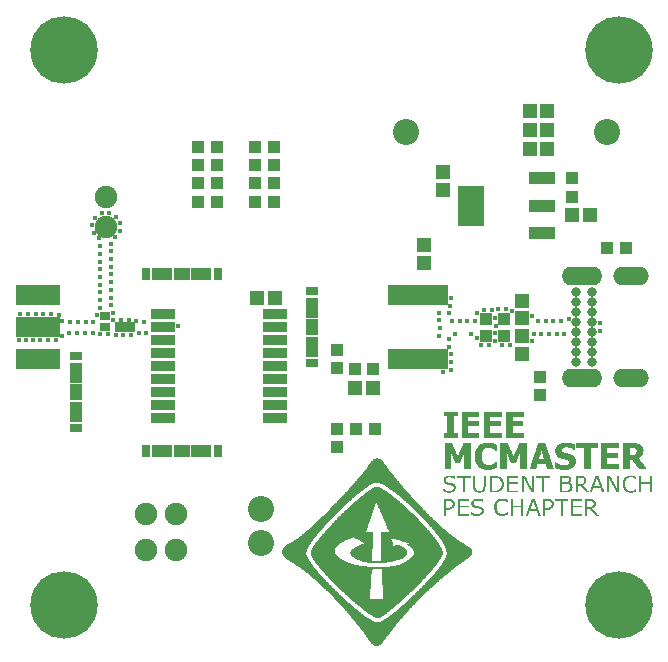
<source format=gbr>
G04*
G04 #@! TF.GenerationSoftware,Altium Limited,Altium Designer,24.9.1 (31)*
G04*
G04 Layer_Color=8388736*
%FSLAX25Y25*%
%MOIN*%
G70*
G04*
G04 #@! TF.SameCoordinates,AE1E5416-9686-4E21-8CD7-455353439681*
G04*
G04*
G04 #@! TF.FilePolarity,Negative*
G04*
G01*
G75*
%ADD36C,0.08674*%
%ADD37R,0.04540X0.04737*%
%ADD38R,0.04343X0.03162*%
%ADD39R,0.04343X0.06706*%
%ADD40R,0.04343X0.05524*%
%ADD41R,0.04343X0.04147*%
%ADD42R,0.14580X0.06706*%
%ADD43R,0.04147X0.04343*%
%ADD44R,0.07887X0.03556*%
%ADD45R,0.05524X0.04343*%
%ADD46R,0.06706X0.04343*%
%ADD47R,0.03162X0.04343*%
%ADD48R,0.04737X0.04540*%
%ADD49R,0.03398X0.03241*%
%ADD50R,0.03674X0.02808*%
%ADD51R,0.08674X0.13398*%
%ADD52R,0.08674X0.04343*%
%ADD53R,0.03950X0.03950*%
%ADD54R,0.02572X0.06509*%
%ADD55C,0.07493*%
%ADD56C,0.22453*%
%ADD57O,0.13595X0.06115*%
%ADD58O,0.12020X0.06115*%
%ADD59C,0.03150*%
%ADD60C,0.01575*%
G36*
X169067Y78421D02*
X165369D01*
Y76870D01*
X168829D01*
Y75200D01*
X165369D01*
Y73053D01*
X169067D01*
Y71382D01*
X163222D01*
Y80091D01*
X169067D01*
Y78421D01*
D02*
G37*
G36*
X161671D02*
X157972D01*
Y76870D01*
X161432D01*
Y75200D01*
X157972D01*
Y73053D01*
X161671D01*
Y71382D01*
X155825D01*
Y80091D01*
X161671D01*
Y78421D01*
D02*
G37*
G36*
X154274D02*
X150576D01*
Y76870D01*
X154036D01*
Y75200D01*
X150576D01*
Y73053D01*
X154274D01*
Y71382D01*
X148429D01*
Y80091D01*
X154274D01*
Y78421D01*
D02*
G37*
G36*
X146997Y78540D02*
X145685D01*
Y72933D01*
X146997D01*
Y71382D01*
X142344D01*
Y72933D01*
X143537D01*
Y78540D01*
X142344D01*
Y80091D01*
X146997D01*
Y78540D01*
D02*
G37*
G36*
X184099Y69712D02*
X184815D01*
Y69593D01*
X185292D01*
Y69474D01*
X185650D01*
Y69354D01*
X186008D01*
Y67326D01*
X185769D01*
Y67445D01*
X185650D01*
Y67565D01*
X185411D01*
Y67684D01*
X185292D01*
Y67803D01*
X185053D01*
Y67923D01*
X184695D01*
Y68042D01*
X184457D01*
Y68161D01*
X183979D01*
Y68281D01*
X182667D01*
Y68161D01*
X182309D01*
Y68042D01*
X182190D01*
Y67923D01*
X182071D01*
Y67803D01*
X181951D01*
Y67684D01*
X181832D01*
Y66968D01*
X181951D01*
Y66849D01*
X182071D01*
Y66730D01*
X182190D01*
Y66610D01*
X182429D01*
Y66491D01*
X182787D01*
Y66372D01*
X183383D01*
Y66252D01*
X183860D01*
Y66133D01*
X184218D01*
Y66014D01*
X184576D01*
Y65895D01*
X184934D01*
Y65775D01*
X185172D01*
Y65656D01*
X185292D01*
Y65537D01*
X185530D01*
Y65417D01*
X185650D01*
Y65298D01*
X185769D01*
Y65179D01*
X185888D01*
Y65060D01*
X186008D01*
Y64940D01*
X186127D01*
Y64702D01*
X186246D01*
Y64344D01*
X186365D01*
Y62793D01*
X186246D01*
Y62435D01*
X186127D01*
Y62196D01*
X186008D01*
Y62077D01*
X185888D01*
Y61839D01*
X185769D01*
Y61719D01*
X185650D01*
Y61600D01*
X185530D01*
Y61481D01*
X185292D01*
Y61361D01*
X185172D01*
Y61242D01*
X184934D01*
Y61123D01*
X184695D01*
Y61003D01*
X184457D01*
Y60884D01*
X184099D01*
Y60765D01*
X183502D01*
Y60646D01*
X181594D01*
Y60765D01*
X180997D01*
Y60884D01*
X180520D01*
Y61003D01*
X180162D01*
Y61123D01*
X179804D01*
Y61242D01*
X179566D01*
Y63389D01*
X179804D01*
Y63270D01*
X179923D01*
Y63151D01*
X180043D01*
Y63032D01*
X180281D01*
Y62912D01*
X180401D01*
Y62793D01*
X180639D01*
Y62674D01*
X180878D01*
Y62554D01*
X181116D01*
Y62435D01*
X181474D01*
Y62316D01*
X181951D01*
Y62196D01*
X183264D01*
Y62316D01*
X183622D01*
Y62435D01*
X183860D01*
Y62554D01*
X183979D01*
Y62674D01*
X184099D01*
Y63032D01*
X184218D01*
Y63389D01*
X184099D01*
Y63628D01*
X183979D01*
Y63747D01*
X183860D01*
Y63867D01*
X183622D01*
Y63986D01*
X183264D01*
Y64105D01*
X182906D01*
Y64224D01*
X182309D01*
Y64344D01*
X181832D01*
Y64463D01*
X181474D01*
Y64582D01*
X181116D01*
Y64702D01*
X180878D01*
Y64821D01*
X180639D01*
Y64940D01*
X180520D01*
Y65060D01*
X180401D01*
Y65179D01*
X180281D01*
Y65298D01*
X180162D01*
Y65417D01*
X180043D01*
Y65537D01*
X179923D01*
Y65775D01*
X179804D01*
Y66014D01*
X179685D01*
Y66372D01*
X179566D01*
Y67565D01*
X179685D01*
Y68042D01*
X179804D01*
Y68281D01*
X179923D01*
Y68400D01*
X180043D01*
Y68638D01*
X180162D01*
Y68758D01*
X180281D01*
Y68877D01*
X180401D01*
Y68996D01*
X180639D01*
Y69116D01*
X180758D01*
Y69235D01*
X180997D01*
Y69354D01*
X181116D01*
Y69474D01*
X181474D01*
Y69593D01*
X181832D01*
Y69712D01*
X182309D01*
Y69832D01*
X184099D01*
Y69712D01*
D02*
G37*
G36*
X158569Y69593D02*
X159046D01*
Y69474D01*
X159285D01*
Y69354D01*
X159643D01*
Y69235D01*
X159881D01*
Y69116D01*
X160001D01*
Y67088D01*
X159643D01*
Y67207D01*
X159523D01*
Y67326D01*
X159404D01*
Y67445D01*
X159165D01*
Y67565D01*
X159046D01*
Y67684D01*
X158808D01*
Y67803D01*
X158569D01*
Y67923D01*
X158330D01*
Y68042D01*
X157972D01*
Y68161D01*
X156780D01*
Y68042D01*
X156422D01*
Y67923D01*
X156183D01*
Y67803D01*
X156064D01*
Y67684D01*
X155944D01*
Y67565D01*
X155825D01*
Y67445D01*
X155706D01*
Y67326D01*
X155587D01*
Y67207D01*
X155467D01*
Y66968D01*
X155348D01*
Y66730D01*
X155229D01*
Y66372D01*
X155109D01*
Y65775D01*
X154990D01*
Y64702D01*
X155109D01*
Y63986D01*
X155229D01*
Y63747D01*
X155348D01*
Y63509D01*
X155467D01*
Y63270D01*
X155587D01*
Y63151D01*
X155706D01*
Y63032D01*
X155825D01*
Y62912D01*
X155944D01*
Y62793D01*
X156064D01*
Y62674D01*
X156183D01*
Y62554D01*
X156422D01*
Y62435D01*
X156780D01*
Y62316D01*
X157972D01*
Y62435D01*
X158330D01*
Y62554D01*
X158688D01*
Y62674D01*
X158927D01*
Y62793D01*
X159046D01*
Y62912D01*
X159285D01*
Y63032D01*
X159404D01*
Y63151D01*
X159523D01*
Y63270D01*
X159762D01*
Y63389D01*
X160001D01*
Y61361D01*
X159762D01*
Y61242D01*
X159523D01*
Y61123D01*
X159285D01*
Y61003D01*
X158927D01*
Y60884D01*
X158450D01*
Y60765D01*
X157972D01*
Y60646D01*
X156183D01*
Y60765D01*
X155706D01*
Y60884D01*
X155229D01*
Y61003D01*
X154990D01*
Y61123D01*
X154751D01*
Y61242D01*
X154632D01*
Y61361D01*
X154393D01*
Y61481D01*
X154274D01*
Y61600D01*
X154155D01*
Y61719D01*
X154036D01*
Y61839D01*
X153916D01*
Y61958D01*
X153797D01*
Y62077D01*
X153678D01*
Y62196D01*
X153558D01*
Y62435D01*
X153439D01*
Y62554D01*
X153320D01*
Y62793D01*
X153200D01*
Y63032D01*
X153081D01*
Y63389D01*
X152962D01*
Y63867D01*
X152843D01*
Y64702D01*
X152723D01*
Y65656D01*
X152843D01*
Y66610D01*
X152962D01*
Y66968D01*
X153081D01*
Y67326D01*
X153200D01*
Y67565D01*
X153320D01*
Y67803D01*
X153439D01*
Y68042D01*
X153558D01*
Y68161D01*
X153678D01*
Y68400D01*
X153797D01*
Y68519D01*
X153916D01*
Y68638D01*
X154036D01*
Y68758D01*
X154155D01*
Y68877D01*
X154274D01*
Y68996D01*
X154393D01*
Y69116D01*
X154632D01*
Y69235D01*
X154871D01*
Y69354D01*
X154990D01*
Y69474D01*
X155348D01*
Y69593D01*
X155706D01*
Y69712D01*
X158569D01*
Y69593D01*
D02*
G37*
G36*
X170141Y67684D02*
Y67565D01*
Y60884D01*
X167874D01*
Y66372D01*
X167755D01*
Y66133D01*
X167636D01*
Y65775D01*
X167516D01*
Y65537D01*
X167397D01*
Y65298D01*
X167278D01*
Y64940D01*
X167158D01*
Y64702D01*
X167039D01*
Y64344D01*
X166920D01*
Y64105D01*
X166800D01*
Y63867D01*
X166681D01*
Y63509D01*
X166562D01*
Y63270D01*
X166443D01*
Y63032D01*
X166323D01*
Y62912D01*
X164892D01*
Y63032D01*
X164772D01*
Y63270D01*
X164653D01*
Y63628D01*
X164534D01*
Y63867D01*
X164415D01*
Y64105D01*
X164295D01*
Y64463D01*
X164176D01*
Y64702D01*
X164057D01*
Y65060D01*
X163937D01*
Y65298D01*
X163818D01*
Y65537D01*
X163699D01*
Y65895D01*
X163579D01*
Y66133D01*
X163460D01*
Y66372D01*
X163341D01*
Y60884D01*
X161313D01*
Y69593D01*
X163818D01*
Y69354D01*
X163937D01*
Y69116D01*
X164057D01*
Y68758D01*
X164176D01*
Y68519D01*
X164295D01*
Y68281D01*
X164415D01*
Y68042D01*
X164534D01*
Y67684D01*
X164653D01*
Y67445D01*
X164772D01*
Y67207D01*
X164892D01*
Y66968D01*
X165011D01*
Y66610D01*
X165130D01*
Y66372D01*
X165250D01*
Y66133D01*
X165369D01*
Y65895D01*
X165488D01*
Y65537D01*
X165608D01*
Y65298D01*
X165727D01*
Y65537D01*
X165846D01*
Y65775D01*
X165965D01*
Y66014D01*
X166085D01*
Y66372D01*
X166204D01*
Y66610D01*
X166323D01*
Y66849D01*
X166443D01*
Y67088D01*
X166562D01*
Y67445D01*
X166681D01*
Y67684D01*
X166800D01*
Y67923D01*
X166920D01*
Y68161D01*
X167039D01*
Y68519D01*
X167158D01*
Y68758D01*
X167278D01*
Y68996D01*
X167397D01*
Y69354D01*
X167516D01*
Y69593D01*
X170141D01*
Y67684D01*
D02*
G37*
G36*
X151530Y60884D02*
X149264D01*
Y66372D01*
X149144D01*
Y66133D01*
X149025D01*
Y65775D01*
X148906D01*
Y65537D01*
X148786D01*
Y65298D01*
X148667D01*
Y64940D01*
X148548D01*
Y64702D01*
X148429D01*
Y64344D01*
X148309D01*
Y64105D01*
X148190D01*
Y63867D01*
X148071D01*
Y63509D01*
X147951D01*
Y63270D01*
X147832D01*
Y63032D01*
X147713D01*
Y62912D01*
X146281D01*
Y63032D01*
X146162D01*
Y63270D01*
X146043D01*
Y63628D01*
X145923D01*
Y63867D01*
X145804D01*
Y64105D01*
X145685D01*
Y64463D01*
X145565D01*
Y64702D01*
X145446D01*
Y65060D01*
X145327D01*
Y65298D01*
X145208D01*
Y65537D01*
X145088D01*
Y65895D01*
X144969D01*
Y66133D01*
X144850D01*
Y66372D01*
X144730D01*
Y60884D01*
X142702D01*
Y69593D01*
X145208D01*
Y69354D01*
X145327D01*
Y69116D01*
X145446D01*
Y68758D01*
X145565D01*
Y68519D01*
X145685D01*
Y68281D01*
X145804D01*
Y68042D01*
X145923D01*
Y67684D01*
X146043D01*
Y67445D01*
X146162D01*
Y67207D01*
X146281D01*
Y66968D01*
X146400D01*
Y66610D01*
X146520D01*
Y66372D01*
X146639D01*
Y66133D01*
X146758D01*
Y65895D01*
X146878D01*
Y65537D01*
X146997D01*
Y65298D01*
X147116D01*
Y65537D01*
X147236D01*
Y65775D01*
X147355D01*
Y66014D01*
X147474D01*
Y66372D01*
X147593D01*
Y66610D01*
X147713D01*
Y66849D01*
X147832D01*
Y67088D01*
X147951D01*
Y67445D01*
X148071D01*
Y67684D01*
X148190D01*
Y67923D01*
X148309D01*
Y68161D01*
X148429D01*
Y68519D01*
X148548D01*
Y68758D01*
X148667D01*
Y68996D01*
X148786D01*
Y69354D01*
X148906D01*
Y69593D01*
X151530D01*
Y60884D01*
D02*
G37*
G36*
X206766Y69474D02*
X207243D01*
Y69354D01*
X207601D01*
Y69235D01*
X207839D01*
Y69116D01*
X208078D01*
Y68996D01*
X208197D01*
Y68877D01*
X208316D01*
Y68758D01*
X208436D01*
Y68638D01*
X208555D01*
Y68519D01*
X208674D01*
Y68281D01*
X208794D01*
Y68042D01*
X208913D01*
Y67326D01*
X209032D01*
Y66968D01*
X208913D01*
Y66252D01*
X208794D01*
Y65895D01*
X208674D01*
Y65775D01*
X208555D01*
Y65537D01*
X208436D01*
Y65417D01*
X208316D01*
Y65298D01*
X208197D01*
Y65179D01*
X208078D01*
Y65060D01*
X207959D01*
Y64940D01*
X207720D01*
Y64821D01*
X207601D01*
Y64702D01*
X207362D01*
Y64463D01*
X207481D01*
Y64344D01*
X207601D01*
Y64224D01*
X207720D01*
Y63986D01*
X207839D01*
Y63867D01*
X207959D01*
Y63747D01*
X208078D01*
Y63628D01*
X208197D01*
Y63389D01*
X208316D01*
Y63270D01*
X208436D01*
Y63151D01*
X208555D01*
Y62912D01*
X208674D01*
Y62793D01*
X208794D01*
Y62674D01*
X208913D01*
Y62554D01*
X209032D01*
Y62316D01*
X209152D01*
Y62196D01*
X209271D01*
Y62077D01*
X209390D01*
Y61958D01*
X209509D01*
Y61719D01*
X209629D01*
Y61600D01*
X209748D01*
Y61481D01*
X209867D01*
Y61242D01*
X209986D01*
Y61123D01*
X210106D01*
Y61003D01*
X210225D01*
Y60884D01*
X207601D01*
Y61003D01*
X207481D01*
Y61123D01*
X207362D01*
Y61242D01*
X207243D01*
Y61481D01*
X207123D01*
Y61600D01*
X207004D01*
Y61719D01*
X206885D01*
Y61958D01*
X206766D01*
Y62077D01*
X206646D01*
Y62196D01*
X206527D01*
Y62435D01*
X206408D01*
Y62554D01*
X206288D01*
Y62674D01*
X206169D01*
Y62912D01*
X206050D01*
Y63032D01*
X205930D01*
Y63151D01*
X205811D01*
Y63270D01*
X205692D01*
Y63509D01*
X205573D01*
Y63628D01*
X205453D01*
Y63747D01*
X205334D01*
Y63986D01*
X205215D01*
Y64105D01*
X204380D01*
Y60884D01*
X202232D01*
Y69593D01*
X206766D01*
Y69474D01*
D02*
G37*
G36*
X200681Y67923D02*
X196983D01*
Y66372D01*
X200443D01*
Y64702D01*
X196983D01*
Y62554D01*
X200681D01*
Y60884D01*
X194836D01*
Y63270D01*
Y63389D01*
Y69593D01*
X200681D01*
Y67923D01*
D02*
G37*
G36*
X193881D02*
X191376D01*
Y67803D01*
Y60884D01*
X189229D01*
Y67923D01*
X186604D01*
Y69593D01*
X193881D01*
Y67923D01*
D02*
G37*
G36*
X176225Y69354D02*
X176344D01*
Y68996D01*
X176464D01*
Y68638D01*
X176583D01*
Y68281D01*
X176702D01*
Y67923D01*
X176822D01*
Y67565D01*
X176941D01*
Y67207D01*
X177060D01*
Y66849D01*
X177180D01*
Y66491D01*
X177299D01*
Y66252D01*
X177418D01*
Y65895D01*
X177537D01*
Y65537D01*
X177657D01*
Y65179D01*
X177776D01*
Y64821D01*
X177895D01*
Y64463D01*
X178015D01*
Y64105D01*
X178134D01*
Y63747D01*
X178253D01*
Y63389D01*
X178373D01*
Y63032D01*
X178492D01*
Y62674D01*
X178611D01*
Y62316D01*
X178730D01*
Y61958D01*
X178850D01*
Y61600D01*
X178969D01*
Y61242D01*
X179088D01*
Y60884D01*
X176822D01*
Y61361D01*
X176702D01*
Y61719D01*
X176583D01*
Y62077D01*
X176464D01*
Y62554D01*
X176344D01*
Y62674D01*
X173600D01*
Y62435D01*
Y62316D01*
Y62196D01*
X173481D01*
Y61839D01*
X173362D01*
Y61481D01*
X173243D01*
Y61003D01*
X173123D01*
Y60884D01*
X170976D01*
Y61123D01*
X171095D01*
Y61481D01*
X171215D01*
Y61839D01*
X171334D01*
Y62196D01*
X171453D01*
Y62554D01*
X171572D01*
Y62912D01*
X171692D01*
Y63270D01*
X171811D01*
Y63628D01*
X171930D01*
Y63986D01*
X172050D01*
Y64344D01*
X172169D01*
Y64702D01*
X172288D01*
Y65060D01*
X172407D01*
Y65417D01*
X172527D01*
Y65775D01*
X172646D01*
Y66133D01*
X172765D01*
Y66491D01*
X172885D01*
Y66849D01*
X173004D01*
Y67207D01*
X173123D01*
Y67565D01*
X173243D01*
Y67923D01*
X173362D01*
Y68281D01*
X173481D01*
Y68638D01*
X173600D01*
Y68996D01*
X173720D01*
Y69354D01*
X173839D01*
Y69593D01*
X176225D01*
Y69354D01*
D02*
G37*
G36*
X145088Y58737D02*
X145685D01*
Y58617D01*
X146043D01*
Y58498D01*
X146281D01*
Y57663D01*
X146162D01*
Y57782D01*
X145923D01*
Y57902D01*
X145685D01*
Y58021D01*
X145446D01*
Y58140D01*
X144969D01*
Y58259D01*
X143776D01*
Y58140D01*
X143537D01*
Y58021D01*
X143299D01*
Y57902D01*
X143179D01*
Y57663D01*
X143060D01*
Y56947D01*
X143179D01*
Y56828D01*
X143299D01*
Y56709D01*
X143418D01*
Y56589D01*
X143657D01*
Y56470D01*
X144253D01*
Y56351D01*
X144969D01*
Y56231D01*
X145327D01*
Y56112D01*
X145685D01*
Y55993D01*
X145923D01*
Y55874D01*
X146043D01*
Y55754D01*
X146162D01*
Y55635D01*
X146281D01*
Y55396D01*
X146400D01*
Y54203D01*
X146281D01*
Y53965D01*
X146162D01*
Y53846D01*
X146043D01*
Y53726D01*
X145923D01*
Y53607D01*
X145804D01*
Y53488D01*
X145565D01*
Y53368D01*
X145327D01*
Y53249D01*
X144850D01*
Y53130D01*
X143418D01*
Y53249D01*
X142941D01*
Y53368D01*
X142583D01*
Y53488D01*
X142344D01*
Y53607D01*
X142225D01*
Y54442D01*
X142344D01*
Y54323D01*
X142583D01*
Y54203D01*
X142702D01*
Y54084D01*
X142941D01*
Y53965D01*
X143299D01*
Y53846D01*
X143657D01*
Y53726D01*
X144850D01*
Y53846D01*
X145208D01*
Y53965D01*
X145327D01*
Y54084D01*
X145446D01*
Y54203D01*
X145565D01*
Y54323D01*
X145685D01*
Y55038D01*
X145565D01*
Y55277D01*
X145446D01*
Y55396D01*
X145208D01*
Y55516D01*
X144730D01*
Y55635D01*
X144015D01*
Y55754D01*
X143537D01*
Y55874D01*
X143179D01*
Y55993D01*
X142941D01*
Y56112D01*
X142822D01*
Y56231D01*
X142583D01*
Y56470D01*
X142464D01*
Y56709D01*
X142344D01*
Y57902D01*
X142464D01*
Y58021D01*
X142583D01*
Y58259D01*
X142702D01*
Y58379D01*
X142941D01*
Y58498D01*
X143060D01*
Y58617D01*
X143299D01*
Y58737D01*
X143776D01*
Y58856D01*
X145088D01*
Y58737D01*
D02*
G37*
G36*
X205334D02*
X205811D01*
Y58617D01*
X206169D01*
Y58498D01*
X206527D01*
Y58379D01*
X206646D01*
Y57544D01*
X206527D01*
Y57663D01*
X206288D01*
Y57782D01*
X206169D01*
Y57902D01*
X205930D01*
Y58021D01*
X205692D01*
Y58140D01*
X205334D01*
Y58259D01*
X204141D01*
Y58140D01*
X203902D01*
Y58021D01*
X203664D01*
Y57902D01*
X203544D01*
Y57782D01*
X203425D01*
Y57663D01*
X203306D01*
Y57544D01*
X203186D01*
Y57305D01*
X203067D01*
Y57067D01*
X202948D01*
Y56709D01*
X202829D01*
Y55277D01*
X202948D01*
Y54919D01*
X203067D01*
Y54681D01*
X203186D01*
Y54442D01*
X203306D01*
Y54323D01*
X203425D01*
Y54203D01*
X203544D01*
Y54084D01*
X203664D01*
Y53965D01*
X203902D01*
Y53846D01*
X204141D01*
Y53726D01*
X205334D01*
Y53846D01*
X205692D01*
Y53965D01*
X205930D01*
Y54084D01*
X206169D01*
Y54203D01*
X206288D01*
Y54323D01*
X206527D01*
Y54442D01*
X206646D01*
Y53607D01*
X206408D01*
Y53488D01*
X206169D01*
Y53368D01*
X205811D01*
Y53249D01*
X205334D01*
Y53130D01*
X204141D01*
Y53249D01*
X203664D01*
Y53368D01*
X203306D01*
Y53488D01*
X203186D01*
Y53607D01*
X202948D01*
Y53726D01*
X202829D01*
Y53846D01*
X202709D01*
Y53965D01*
X202590D01*
Y54203D01*
X202471D01*
Y54442D01*
X202351D01*
Y54681D01*
X202232D01*
Y55038D01*
X202113D01*
Y56947D01*
X202232D01*
Y57305D01*
X202351D01*
Y57544D01*
X202471D01*
Y57782D01*
X202590D01*
Y57902D01*
X202709D01*
Y58021D01*
X202829D01*
Y58140D01*
X202948D01*
Y58259D01*
X203067D01*
Y58379D01*
X203186D01*
Y58498D01*
X203425D01*
Y58617D01*
X203664D01*
Y58737D01*
X204141D01*
Y58856D01*
X205334D01*
Y58737D01*
D02*
G37*
G36*
X211776Y53249D02*
X211060D01*
Y55993D01*
X208316D01*
Y53249D01*
X207601D01*
Y58737D01*
X208316D01*
Y56589D01*
X211060D01*
Y58737D01*
X211776D01*
Y53249D01*
D02*
G37*
G36*
X200920D02*
X199966D01*
Y53488D01*
X199846D01*
Y53726D01*
X199727D01*
Y53965D01*
X199608D01*
Y54203D01*
X199488D01*
Y54323D01*
X199369D01*
Y54561D01*
X199250D01*
Y54800D01*
X199130D01*
Y55038D01*
X199011D01*
Y55277D01*
X198892D01*
Y55516D01*
X198773D01*
Y55754D01*
X198653D01*
Y55993D01*
X198534D01*
Y56231D01*
X198415D01*
Y56470D01*
X198295D01*
Y56709D01*
X198176D01*
Y56828D01*
X198057D01*
Y57067D01*
X197937D01*
Y57305D01*
X197818D01*
Y57544D01*
X197699D01*
Y57782D01*
X197580D01*
Y58021D01*
X197460D01*
Y53249D01*
X196744D01*
Y56470D01*
Y56589D01*
Y58737D01*
X197937D01*
Y58498D01*
X198057D01*
Y58259D01*
X198176D01*
Y58140D01*
X198295D01*
Y57902D01*
X198415D01*
Y57663D01*
X198534D01*
Y57424D01*
X198653D01*
Y57186D01*
X198773D01*
Y56947D01*
X198892D01*
Y56709D01*
X199011D01*
Y56470D01*
X199130D01*
Y56231D01*
X199250D01*
Y55993D01*
X199369D01*
Y55754D01*
X199488D01*
Y55516D01*
X199608D01*
Y55396D01*
X199727D01*
Y55158D01*
X199846D01*
Y54919D01*
X199966D01*
Y54681D01*
X200085D01*
Y54442D01*
X200204D01*
Y58737D01*
X200920D01*
Y53249D01*
D02*
G37*
G36*
X172527D02*
X171572D01*
Y53488D01*
X171453D01*
Y53726D01*
X171334D01*
Y53965D01*
X171215D01*
Y54203D01*
X171095D01*
Y54323D01*
X170976D01*
Y54561D01*
X170857D01*
Y54800D01*
X170737D01*
Y55038D01*
X170618D01*
Y55277D01*
X170499D01*
Y55516D01*
X170379D01*
Y55754D01*
X170260D01*
Y55993D01*
X170141D01*
Y56231D01*
X170022D01*
Y56470D01*
X169902D01*
Y56709D01*
X169783D01*
Y56828D01*
X169664D01*
Y57067D01*
X169544D01*
Y57305D01*
X169425D01*
Y57544D01*
X169306D01*
Y57782D01*
X169186D01*
Y58021D01*
X169067D01*
Y53249D01*
X168351D01*
Y58737D01*
X169544D01*
Y58498D01*
X169664D01*
Y58259D01*
X169783D01*
Y58140D01*
X169902D01*
Y57902D01*
X170022D01*
Y57663D01*
X170141D01*
Y57424D01*
X170260D01*
Y57186D01*
X170379D01*
Y56947D01*
X170499D01*
Y56709D01*
X170618D01*
Y56470D01*
X170737D01*
Y56231D01*
X170857D01*
Y55993D01*
X170976D01*
Y55754D01*
X171095D01*
Y55516D01*
X171215D01*
Y55396D01*
X171334D01*
Y55158D01*
X171453D01*
Y54919D01*
X171572D01*
Y54681D01*
X171692D01*
Y54442D01*
X171811D01*
Y58737D01*
X172527D01*
Y53249D01*
D02*
G37*
G36*
X156422Y55038D02*
X156302D01*
Y54442D01*
X156183D01*
Y54084D01*
X156064D01*
Y53846D01*
X155944D01*
Y53726D01*
X155825D01*
Y53607D01*
X155706D01*
Y53488D01*
X155467D01*
Y53368D01*
X155229D01*
Y53249D01*
X154871D01*
Y53130D01*
X153678D01*
Y53249D01*
X153320D01*
Y53368D01*
X153081D01*
Y53488D01*
X152843D01*
Y53607D01*
X152723D01*
Y53726D01*
X152604D01*
Y53965D01*
X152485D01*
Y54084D01*
X152365D01*
Y54442D01*
X152246D01*
Y56709D01*
Y56828D01*
Y58737D01*
X152962D01*
Y54561D01*
X153081D01*
Y54323D01*
X153200D01*
Y54084D01*
X153320D01*
Y53965D01*
X153439D01*
Y53846D01*
X153797D01*
Y53726D01*
X154751D01*
Y53846D01*
X155109D01*
Y53965D01*
X155229D01*
Y54084D01*
X155348D01*
Y54203D01*
X155467D01*
Y54442D01*
X155587D01*
Y55038D01*
X155706D01*
Y58737D01*
X156422D01*
Y55038D01*
D02*
G37*
G36*
X194001Y58498D02*
X194120D01*
Y58140D01*
X194239D01*
Y57782D01*
X194358D01*
Y57424D01*
X194478D01*
Y57186D01*
X194597D01*
Y56828D01*
X194716D01*
Y56470D01*
X194836D01*
Y56112D01*
X194955D01*
Y55874D01*
X195074D01*
Y55516D01*
X195194D01*
Y55158D01*
X195313D01*
Y54800D01*
X195432D01*
Y54442D01*
X195551D01*
Y54203D01*
X195671D01*
Y53846D01*
X195790D01*
Y53488D01*
X195909D01*
Y53249D01*
X195194D01*
Y53368D01*
X195074D01*
Y53726D01*
X194955D01*
Y54084D01*
X194836D01*
Y54442D01*
X194716D01*
Y54800D01*
X192211D01*
Y54442D01*
X192092D01*
Y54084D01*
X191972D01*
Y53726D01*
X191853D01*
Y53607D01*
Y53368D01*
X191734D01*
Y53249D01*
X191018D01*
Y53488D01*
X191137D01*
Y53726D01*
X191257D01*
Y54084D01*
X191376D01*
Y54442D01*
X191495D01*
Y54800D01*
X191615D01*
Y55038D01*
X191734D01*
Y55396D01*
X191853D01*
Y55754D01*
X191972D01*
Y56112D01*
X192092D01*
Y56470D01*
X192211D01*
Y56709D01*
X192330D01*
Y57067D01*
X192450D01*
Y57424D01*
X192569D01*
Y57782D01*
X192688D01*
Y58021D01*
X192808D01*
Y58379D01*
X192927D01*
Y58737D01*
X194001D01*
Y58498D01*
D02*
G37*
G36*
X188632Y58617D02*
X189109D01*
Y58498D01*
X189348D01*
Y58379D01*
X189467D01*
Y58259D01*
X189586D01*
Y58140D01*
X189706D01*
Y58021D01*
X189825D01*
Y57782D01*
X189944D01*
Y56589D01*
X189825D01*
Y56351D01*
X189706D01*
Y56231D01*
X189586D01*
Y55993D01*
X189467D01*
Y55874D01*
X189229D01*
Y55754D01*
X188990D01*
Y55635D01*
X188871D01*
Y55516D01*
X188990D01*
Y55396D01*
X189109D01*
Y55277D01*
X189229D01*
Y55158D01*
X189348D01*
Y55038D01*
X189467D01*
Y54800D01*
X189586D01*
Y54681D01*
X189706D01*
Y54561D01*
X189825D01*
Y54442D01*
X189944D01*
Y54323D01*
X190064D01*
Y54203D01*
X190183D01*
Y54084D01*
X190302D01*
Y53846D01*
X190422D01*
Y53726D01*
X190541D01*
Y53607D01*
X190660D01*
Y53488D01*
X190779D01*
Y53368D01*
X190899D01*
Y53249D01*
X189944D01*
Y53368D01*
X189825D01*
Y53488D01*
X189706D01*
Y53607D01*
X189586D01*
Y53726D01*
X189467D01*
Y53965D01*
X189348D01*
Y54084D01*
X189229D01*
Y54203D01*
X189109D01*
Y54323D01*
X188990D01*
Y54442D01*
X188871D01*
Y54561D01*
X188751D01*
Y54800D01*
X188632D01*
Y54919D01*
X188513D01*
Y55038D01*
X188393D01*
Y55158D01*
X188274D01*
Y55277D01*
X188155D01*
Y55396D01*
X187081D01*
Y54203D01*
Y54084D01*
Y53249D01*
X186365D01*
Y58737D01*
X188632D01*
Y58617D01*
D02*
G37*
G36*
X183860D02*
X184218D01*
Y58498D01*
X184457D01*
Y58379D01*
X184576D01*
Y58259D01*
X184695D01*
Y58140D01*
X184815D01*
Y57782D01*
X184934D01*
Y57305D01*
X184815D01*
Y56947D01*
X184695D01*
Y56828D01*
X184576D01*
Y56709D01*
X184457D01*
Y56589D01*
X184337D01*
Y56470D01*
X184218D01*
Y56351D01*
X184576D01*
Y56231D01*
X184815D01*
Y56112D01*
X184934D01*
Y55993D01*
X185053D01*
Y55874D01*
X185172D01*
Y55635D01*
X185292D01*
Y55158D01*
X185411D01*
Y54681D01*
X185292D01*
Y54323D01*
X185172D01*
Y54084D01*
X185053D01*
Y53846D01*
X184934D01*
Y53726D01*
X184695D01*
Y53607D01*
X184576D01*
Y53488D01*
X184337D01*
Y53368D01*
X183860D01*
Y53249D01*
X181236D01*
Y58737D01*
X183860D01*
Y58617D01*
D02*
G37*
G36*
X177895Y58140D02*
X175987D01*
Y53249D01*
X175271D01*
Y54681D01*
Y54800D01*
Y58140D01*
X173243D01*
Y58737D01*
X177895D01*
Y58140D01*
D02*
G37*
G36*
X167278D02*
X164295D01*
Y56589D01*
X167278D01*
Y55993D01*
X164295D01*
Y53846D01*
X167278D01*
Y53249D01*
X163579D01*
Y58737D01*
X167278D01*
Y58140D01*
D02*
G37*
G36*
X160120Y58617D02*
X160597D01*
Y58498D01*
X160955D01*
Y58379D01*
X161194D01*
Y58259D01*
X161432D01*
Y58140D01*
X161551D01*
Y58021D01*
X161671D01*
Y57902D01*
X161790D01*
Y57782D01*
X161909D01*
Y57663D01*
X162029D01*
Y57424D01*
X162148D01*
Y57186D01*
X162267D01*
Y56828D01*
X162387D01*
Y55158D01*
X162267D01*
Y54800D01*
X162148D01*
Y54561D01*
X162029D01*
Y54442D01*
X161909D01*
Y54203D01*
X161790D01*
Y54084D01*
X161671D01*
Y53965D01*
X161551D01*
Y53846D01*
X161313D01*
Y53726D01*
X161194D01*
Y53607D01*
X160955D01*
Y53488D01*
X160597D01*
Y53368D01*
X160120D01*
Y53249D01*
X157734D01*
Y58379D01*
Y58498D01*
Y58737D01*
X160120D01*
Y58617D01*
D02*
G37*
G36*
X151530Y58140D02*
X149622D01*
Y53249D01*
X148906D01*
Y58140D01*
X146878D01*
Y58737D01*
X151530D01*
Y58140D01*
D02*
G37*
G36*
X154393Y50982D02*
X154990D01*
Y50863D01*
X155348D01*
Y50744D01*
X155587D01*
Y49909D01*
X155467D01*
Y50028D01*
X155229D01*
Y50147D01*
X154990D01*
Y50266D01*
X154751D01*
Y50386D01*
X154274D01*
Y50505D01*
X153081D01*
Y50386D01*
X152843D01*
Y50266D01*
X152604D01*
Y50147D01*
X152485D01*
Y49909D01*
X152365D01*
Y49193D01*
X152485D01*
Y49074D01*
X152604D01*
Y48954D01*
X152723D01*
Y48835D01*
X152962D01*
Y48716D01*
X153558D01*
Y48596D01*
X154274D01*
Y48477D01*
X154632D01*
Y48358D01*
X154990D01*
Y48239D01*
X155229D01*
Y48119D01*
X155348D01*
Y48000D01*
X155467D01*
Y47881D01*
X155587D01*
Y47642D01*
X155706D01*
Y46449D01*
X155587D01*
Y46210D01*
X155467D01*
Y46091D01*
X155348D01*
Y45972D01*
X155229D01*
Y45853D01*
X155109D01*
Y45733D01*
X154871D01*
Y45614D01*
X154632D01*
Y45495D01*
X154155D01*
Y45375D01*
X152723D01*
Y45495D01*
X152246D01*
Y45614D01*
X151888D01*
Y45733D01*
X151650D01*
Y45853D01*
X151530D01*
Y46688D01*
X151650D01*
Y46568D01*
X151888D01*
Y46449D01*
X152007D01*
Y46330D01*
X152246D01*
Y46210D01*
X152604D01*
Y46091D01*
X152962D01*
Y45972D01*
X154155D01*
Y46091D01*
X154513D01*
Y46210D01*
X154632D01*
Y46330D01*
X154751D01*
Y46449D01*
X154871D01*
Y46568D01*
X154990D01*
Y47045D01*
Y47165D01*
Y47284D01*
X154871D01*
Y47523D01*
X154751D01*
Y47642D01*
X154513D01*
Y47761D01*
X154036D01*
Y47881D01*
X153320D01*
Y48000D01*
X152843D01*
Y48119D01*
X152485D01*
Y48239D01*
X152246D01*
Y48358D01*
X152127D01*
Y48477D01*
X151888D01*
Y48716D01*
X151769D01*
Y48954D01*
X151650D01*
Y50147D01*
X151769D01*
Y50266D01*
X151888D01*
Y50505D01*
X152007D01*
Y50624D01*
X152246D01*
Y50744D01*
X152365D01*
Y50863D01*
X152604D01*
Y50982D01*
X153081D01*
Y51102D01*
X154393D01*
Y50982D01*
D02*
G37*
G36*
X162506D02*
X162983D01*
Y50863D01*
X163341D01*
Y50744D01*
X163699D01*
Y50624D01*
X163818D01*
Y49789D01*
X163699D01*
Y49909D01*
X163460D01*
Y50028D01*
X163341D01*
Y50147D01*
X163102D01*
Y50266D01*
X162864D01*
Y50386D01*
X162506D01*
Y50505D01*
X161313D01*
Y50386D01*
X161074D01*
Y50266D01*
X160836D01*
Y50147D01*
X160716D01*
Y50028D01*
X160597D01*
Y49909D01*
X160478D01*
Y49789D01*
X160358D01*
Y49551D01*
X160239D01*
Y49312D01*
X160120D01*
Y48954D01*
X160001D01*
Y47523D01*
X160120D01*
Y47165D01*
X160239D01*
Y46926D01*
X160358D01*
Y46688D01*
X160478D01*
Y46568D01*
X160597D01*
Y46449D01*
X160716D01*
Y46330D01*
X160836D01*
Y46210D01*
X161074D01*
Y46091D01*
X161313D01*
Y45972D01*
X162506D01*
Y46091D01*
X162864D01*
Y46210D01*
X163102D01*
Y46330D01*
X163341D01*
Y46449D01*
X163460D01*
Y46568D01*
X163699D01*
Y46688D01*
X163818D01*
Y45853D01*
X163579D01*
Y45733D01*
X163341D01*
Y45614D01*
X162983D01*
Y45495D01*
X162506D01*
Y45375D01*
X161313D01*
Y45495D01*
X160836D01*
Y45614D01*
X160478D01*
Y45733D01*
X160358D01*
Y45853D01*
X160120D01*
Y45972D01*
X160001D01*
Y46091D01*
X159881D01*
Y46210D01*
X159762D01*
Y46449D01*
X159643D01*
Y46688D01*
X159523D01*
Y46926D01*
X159404D01*
Y47284D01*
X159285D01*
Y49193D01*
X159404D01*
Y49551D01*
X159523D01*
Y49789D01*
X159643D01*
Y50028D01*
X159762D01*
Y50147D01*
X159881D01*
Y50266D01*
X160001D01*
Y50386D01*
X160120D01*
Y50505D01*
X160239D01*
Y50624D01*
X160358D01*
Y50744D01*
X160597D01*
Y50863D01*
X160836D01*
Y50982D01*
X161313D01*
Y51102D01*
X162506D01*
Y50982D01*
D02*
G37*
G36*
X168948Y45495D02*
X168232D01*
Y48239D01*
X165488D01*
Y45495D01*
X164772D01*
Y50982D01*
X165488D01*
Y48835D01*
X168232D01*
Y50982D01*
X168948D01*
Y45495D01*
D02*
G37*
G36*
X191734Y50863D02*
X192211D01*
Y50744D01*
X192450D01*
Y50624D01*
X192569D01*
Y50505D01*
X192688D01*
Y50386D01*
X192808D01*
Y50266D01*
X192927D01*
Y50028D01*
X193046D01*
Y48835D01*
X192927D01*
Y48596D01*
X192808D01*
Y48477D01*
X192688D01*
Y48239D01*
X192569D01*
Y48119D01*
X192330D01*
Y48000D01*
X192092D01*
Y47881D01*
X191972D01*
Y47761D01*
X192092D01*
Y47642D01*
X192211D01*
Y47523D01*
X192330D01*
Y47403D01*
X192450D01*
Y47284D01*
X192569D01*
Y47045D01*
X192688D01*
Y46926D01*
X192808D01*
Y46807D01*
X192927D01*
Y46688D01*
X193046D01*
Y46568D01*
X193166D01*
Y46449D01*
X193285D01*
Y46330D01*
X193404D01*
Y46091D01*
X193523D01*
Y45972D01*
X193643D01*
Y45853D01*
X193762D01*
Y45733D01*
X193881D01*
Y45614D01*
X194001D01*
Y45495D01*
X193046D01*
Y45614D01*
X192927D01*
Y45733D01*
X192808D01*
Y45853D01*
X192688D01*
Y45972D01*
X192569D01*
Y46210D01*
X192450D01*
Y46330D01*
X192330D01*
Y46449D01*
X192211D01*
Y46568D01*
X192092D01*
Y46688D01*
X191972D01*
Y46807D01*
X191853D01*
Y47045D01*
X191734D01*
Y47165D01*
X191615D01*
Y47284D01*
X191495D01*
Y47403D01*
X191376D01*
Y47523D01*
X191257D01*
Y47642D01*
X190183D01*
Y45495D01*
X189467D01*
Y50982D01*
X191734D01*
Y50863D01*
D02*
G37*
G36*
X188393Y50386D02*
X185411D01*
Y48835D01*
X188393D01*
Y48239D01*
X185411D01*
Y46091D01*
X188393D01*
Y45495D01*
X184695D01*
Y50982D01*
X188393D01*
Y50386D01*
D02*
G37*
G36*
X183979D02*
X182071D01*
Y45495D01*
X181355D01*
Y50386D01*
X179327D01*
Y50982D01*
X183979D01*
Y50386D01*
D02*
G37*
G36*
X177657Y50863D02*
X178134D01*
Y50744D01*
X178373D01*
Y50624D01*
X178611D01*
Y50505D01*
X178730D01*
Y50386D01*
X178850D01*
Y50147D01*
X178969D01*
Y49909D01*
X179088D01*
Y48716D01*
X178969D01*
Y48477D01*
X178850D01*
Y48239D01*
X178730D01*
Y48119D01*
X178611D01*
Y48000D01*
X178492D01*
Y47881D01*
X178253D01*
Y47761D01*
X178015D01*
Y47642D01*
X177657D01*
Y47523D01*
X176225D01*
Y45495D01*
X175509D01*
Y50982D01*
X177657D01*
Y50863D01*
D02*
G37*
G36*
X172765Y50744D02*
X172885D01*
Y50386D01*
X173004D01*
Y50028D01*
X173123D01*
Y49670D01*
X173243D01*
Y49431D01*
X173362D01*
Y49074D01*
X173481D01*
Y48716D01*
X173600D01*
Y48358D01*
X173720D01*
Y48119D01*
X173839D01*
Y47761D01*
X173958D01*
Y47403D01*
X174078D01*
Y47045D01*
X174197D01*
Y46688D01*
X174316D01*
Y46449D01*
X174436D01*
Y46091D01*
X174555D01*
Y45733D01*
X174674D01*
Y45495D01*
X173958D01*
Y45614D01*
X173839D01*
Y45972D01*
X173720D01*
Y46330D01*
X173600D01*
Y46688D01*
X173481D01*
Y47045D01*
X170976D01*
Y46688D01*
X170857D01*
Y46330D01*
X170737D01*
Y45972D01*
X170618D01*
Y45614D01*
X170499D01*
Y45495D01*
X169783D01*
Y45733D01*
X169902D01*
Y45972D01*
X170022D01*
Y46330D01*
X170141D01*
Y46688D01*
X170260D01*
Y47045D01*
X170379D01*
Y47284D01*
X170499D01*
Y47642D01*
X170618D01*
Y48000D01*
X170737D01*
Y48358D01*
X170857D01*
Y48716D01*
X170976D01*
Y48954D01*
X171095D01*
Y49312D01*
X171215D01*
Y49670D01*
X171334D01*
Y50028D01*
X171453D01*
Y50266D01*
X171572D01*
Y50624D01*
X171692D01*
Y50982D01*
X172765D01*
Y50744D01*
D02*
G37*
G36*
X150695Y50386D02*
X147713D01*
Y48835D01*
X150695D01*
Y48239D01*
X147713D01*
Y46091D01*
X150695D01*
Y45495D01*
X146997D01*
Y50982D01*
X150695D01*
Y50386D01*
D02*
G37*
G36*
X144611Y50863D02*
X145088D01*
Y50744D01*
X145327D01*
Y50624D01*
X145565D01*
Y50505D01*
X145685D01*
Y50386D01*
X145804D01*
Y50147D01*
X145923D01*
Y49909D01*
X146043D01*
Y48716D01*
X145923D01*
Y48477D01*
X145804D01*
Y48239D01*
X145685D01*
Y48119D01*
X145565D01*
Y48000D01*
X145446D01*
Y47881D01*
X145208D01*
Y47761D01*
X144969D01*
Y47642D01*
X144611D01*
Y47523D01*
X143179D01*
Y45495D01*
X142464D01*
Y50982D01*
X144611D01*
Y50863D01*
D02*
G37*
G36*
X120523Y64465D02*
X121018D01*
Y64342D01*
X121266D01*
Y64218D01*
X121390D01*
Y64094D01*
X121514D01*
Y63970D01*
X121761D01*
Y63846D01*
X121885D01*
Y63599D01*
X122009D01*
Y63475D01*
X122133D01*
Y63351D01*
X122256D01*
Y63227D01*
X122380D01*
Y63104D01*
X122504D01*
Y62980D01*
X122628D01*
Y62732D01*
X122752D01*
Y62608D01*
X122875D01*
Y62361D01*
X122999D01*
Y62237D01*
X123123D01*
Y61989D01*
X123247D01*
Y61866D01*
X123371D01*
Y61618D01*
X123494D01*
Y61494D01*
X123618D01*
Y61370D01*
X123742D01*
Y61247D01*
X123866D01*
Y60999D01*
X123990D01*
Y60875D01*
X124113D01*
Y60751D01*
X124237D01*
Y60504D01*
X124361D01*
Y60380D01*
X124485D01*
Y60256D01*
X124609D01*
Y60132D01*
X124732D01*
Y59885D01*
X124856D01*
Y59761D01*
X124980D01*
Y59637D01*
X125104D01*
Y59513D01*
X125228D01*
Y59266D01*
X125351D01*
Y59142D01*
X125475D01*
Y59018D01*
X125599D01*
Y58894D01*
X125723D01*
Y58647D01*
X125847D01*
Y58523D01*
X125970D01*
Y58399D01*
X126094D01*
Y58275D01*
X126218D01*
Y58152D01*
X126342D01*
Y57904D01*
X126466D01*
Y57780D01*
X126589D01*
Y57656D01*
X126713D01*
Y57533D01*
X126837D01*
Y57285D01*
X126961D01*
Y57161D01*
X127085D01*
Y57037D01*
X127208D01*
Y56914D01*
X127332D01*
Y56790D01*
X127456D01*
Y56542D01*
X127580D01*
Y56418D01*
X127704D01*
Y56295D01*
X127827D01*
Y56171D01*
X127951D01*
Y56047D01*
X128075D01*
Y55923D01*
X128199D01*
Y55676D01*
X128323D01*
Y55552D01*
X128446D01*
Y55428D01*
X128570D01*
Y55304D01*
X128694D01*
Y55180D01*
X128818D01*
Y55057D01*
X128942D01*
Y54809D01*
X129065D01*
Y54685D01*
X129189D01*
Y54561D01*
X129313D01*
Y54438D01*
X129437D01*
Y54314D01*
X129561D01*
Y54190D01*
X129684D01*
Y53942D01*
X129808D01*
Y53819D01*
X129932D01*
Y53695D01*
X130056D01*
Y53571D01*
X130180D01*
Y53447D01*
X130303D01*
Y53323D01*
X130427D01*
Y53200D01*
X130551D01*
Y53076D01*
X130675D01*
Y52828D01*
X130799D01*
Y52704D01*
X130922D01*
Y52581D01*
X131046D01*
Y52457D01*
X131170D01*
Y52333D01*
X131294D01*
Y52209D01*
X131418D01*
Y52085D01*
X131541D01*
Y51838D01*
X131665D01*
Y51714D01*
X131789D01*
Y51590D01*
X131913D01*
Y51466D01*
X132037D01*
Y51343D01*
X132160D01*
Y51219D01*
X132284D01*
Y51095D01*
X132408D01*
Y50971D01*
X132532D01*
Y50847D01*
X132656D01*
Y50724D01*
X132779D01*
Y50600D01*
X132903D01*
Y50476D01*
X133027D01*
Y50228D01*
X133151D01*
Y50105D01*
X133275D01*
Y49981D01*
X133398D01*
Y49857D01*
X133522D01*
Y49733D01*
X133646D01*
Y49609D01*
X133770D01*
Y49486D01*
X133894D01*
Y49362D01*
X134017D01*
Y49238D01*
X134141D01*
Y49114D01*
X134265D01*
Y48990D01*
X134389D01*
Y48867D01*
X134513D01*
Y48743D01*
X134636D01*
Y48619D01*
X134760D01*
Y48495D01*
X134884D01*
Y48248D01*
X135008D01*
Y48124D01*
X135132D01*
Y48000D01*
X135255D01*
Y47876D01*
X135379D01*
Y47752D01*
X135503D01*
Y47629D01*
X135627D01*
Y47505D01*
X135751D01*
Y47381D01*
X135874D01*
Y47257D01*
X135998D01*
Y47133D01*
X136122D01*
Y47010D01*
X136246D01*
Y46886D01*
X136370D01*
Y46762D01*
X136494D01*
Y46638D01*
X136617D01*
Y46514D01*
X136741D01*
Y46391D01*
X136865D01*
Y46267D01*
X136989D01*
Y46143D01*
X137112D01*
Y46019D01*
X137236D01*
Y45895D01*
X137360D01*
Y45772D01*
X137484D01*
Y45648D01*
X137608D01*
Y45524D01*
X137731D01*
Y45400D01*
X137855D01*
Y45276D01*
X137979D01*
Y45153D01*
X138103D01*
Y45029D01*
X138227D01*
Y44905D01*
X138350D01*
Y44781D01*
X138474D01*
Y44657D01*
X138598D01*
Y44534D01*
X138722D01*
Y44410D01*
X138846D01*
Y44286D01*
X138970D01*
Y44162D01*
X139093D01*
Y44038D01*
X139217D01*
Y43915D01*
X139341D01*
Y43791D01*
X139588D01*
Y43667D01*
X139712D01*
Y43543D01*
X139836D01*
Y43419D01*
X139960D01*
Y43295D01*
X140084D01*
Y43172D01*
X140208D01*
Y43048D01*
X140331D01*
Y42924D01*
X140455D01*
Y42800D01*
X140579D01*
Y42676D01*
X140703D01*
Y42553D01*
X140826D01*
Y42429D01*
X140950D01*
Y42305D01*
X141198D01*
Y42181D01*
X141322D01*
Y42057D01*
X141446D01*
Y41934D01*
X141569D01*
Y41810D01*
X141693D01*
Y41686D01*
X141817D01*
Y41562D01*
X141941D01*
Y41438D01*
X142064D01*
Y41315D01*
X142312D01*
Y41191D01*
X142436D01*
Y41067D01*
X142560D01*
Y40943D01*
X142683D01*
Y40819D01*
X142807D01*
Y40696D01*
X142931D01*
Y40572D01*
X143179D01*
Y40448D01*
X143303D01*
Y40324D01*
X143426D01*
Y40200D01*
X143550D01*
Y40077D01*
X143674D01*
Y39953D01*
X143921D01*
Y39829D01*
X144045D01*
Y39705D01*
X144169D01*
Y39582D01*
X144293D01*
Y39458D01*
X144417D01*
Y39334D01*
X144664D01*
Y39210D01*
X144788D01*
Y39086D01*
X144912D01*
Y38963D01*
X145159D01*
Y38839D01*
X145283D01*
Y38715D01*
X145407D01*
Y38591D01*
X145531D01*
Y38467D01*
X145779D01*
Y38344D01*
X145902D01*
Y38220D01*
X146026D01*
Y38096D01*
X146274D01*
Y37972D01*
X146397D01*
Y37848D01*
X146645D01*
Y37725D01*
X146769D01*
Y37601D01*
X146893D01*
Y37477D01*
X147140D01*
Y37353D01*
X147264D01*
Y37229D01*
X147512D01*
Y37106D01*
X147635D01*
Y36982D01*
X147759D01*
Y36858D01*
X148007D01*
Y36734D01*
X148131D01*
Y36610D01*
X148378D01*
Y36487D01*
X148502D01*
Y36363D01*
X148750D01*
Y36239D01*
X148997D01*
Y36115D01*
X149121D01*
Y35991D01*
X149369D01*
Y35868D01*
X149493D01*
Y35744D01*
X149740D01*
Y35620D01*
X149988D01*
Y35496D01*
X150235D01*
Y35372D01*
X150483D01*
Y35249D01*
X150607D01*
Y35125D01*
X150854D01*
Y35001D01*
X151102D01*
Y34877D01*
X151226D01*
Y34753D01*
X151349D01*
Y34629D01*
X151473D01*
Y34506D01*
X151597D01*
Y34382D01*
X151721D01*
Y34258D01*
X151845D01*
Y34010D01*
X151969D01*
Y32896D01*
X151845D01*
Y32525D01*
X151721D01*
Y32277D01*
X151597D01*
Y32153D01*
X151473D01*
Y32030D01*
X151349D01*
Y31906D01*
X151226D01*
Y31782D01*
X151102D01*
Y31658D01*
X150978D01*
Y31534D01*
X150854D01*
Y31411D01*
X150607D01*
Y31287D01*
X150483D01*
Y31163D01*
X150235D01*
Y31039D01*
X149988D01*
Y30915D01*
X149864D01*
Y30792D01*
X149740D01*
Y30668D01*
X149493D01*
Y30544D01*
X149369D01*
Y30420D01*
X149121D01*
Y30296D01*
X148997D01*
Y30173D01*
X148873D01*
Y30049D01*
X148626D01*
Y29925D01*
X148502D01*
Y29801D01*
X148255D01*
Y29678D01*
X148131D01*
Y29554D01*
X148007D01*
Y29430D01*
X147759D01*
Y29306D01*
X147635D01*
Y29182D01*
X147512D01*
Y29059D01*
X147264D01*
Y28935D01*
X147140D01*
Y28811D01*
X147017D01*
Y28687D01*
X146893D01*
Y28563D01*
X146645D01*
Y28440D01*
X146521D01*
Y28316D01*
X146397D01*
Y28192D01*
X146150D01*
Y28068D01*
X146026D01*
Y27944D01*
X145902D01*
Y27821D01*
X145779D01*
Y27697D01*
X145531D01*
Y27573D01*
X145407D01*
Y27449D01*
X145283D01*
Y27325D01*
X145036D01*
Y27202D01*
X144912D01*
Y27078D01*
X144788D01*
Y26954D01*
X144664D01*
Y26830D01*
X144417D01*
Y26706D01*
X144293D01*
Y26583D01*
X144169D01*
Y26459D01*
X144045D01*
Y26335D01*
X143798D01*
Y26211D01*
X143674D01*
Y26087D01*
X143550D01*
Y25964D01*
X143426D01*
Y25840D01*
X143303D01*
Y25716D01*
X143055D01*
Y25592D01*
X142931D01*
Y25468D01*
X142807D01*
Y25344D01*
X142683D01*
Y25221D01*
X142560D01*
Y25097D01*
X142312D01*
Y24973D01*
X142188D01*
Y24849D01*
X142064D01*
Y24725D01*
X141941D01*
Y24602D01*
X141817D01*
Y24478D01*
X141693D01*
Y24354D01*
X141569D01*
Y24230D01*
X141322D01*
Y24106D01*
X141198D01*
Y23983D01*
X141074D01*
Y23859D01*
X140950D01*
Y23735D01*
X140826D01*
Y23611D01*
X140703D01*
Y23487D01*
X140455D01*
Y23364D01*
X140331D01*
Y23240D01*
X140208D01*
Y23116D01*
X140084D01*
Y22992D01*
X139960D01*
Y22869D01*
X139836D01*
Y22745D01*
X139712D01*
Y22621D01*
X139588D01*
Y22497D01*
X139341D01*
Y22373D01*
X139217D01*
Y22250D01*
X139093D01*
Y22126D01*
X138970D01*
Y22002D01*
X138846D01*
Y21878D01*
X138722D01*
Y21754D01*
X138598D01*
Y21631D01*
X138474D01*
Y21507D01*
X138350D01*
Y21383D01*
X138227D01*
Y21259D01*
X137979D01*
Y21135D01*
X137855D01*
Y21012D01*
X137731D01*
Y20888D01*
X137608D01*
Y20764D01*
X137484D01*
Y20640D01*
X137360D01*
Y20516D01*
X137236D01*
Y20392D01*
X137112D01*
Y20269D01*
X136989D01*
Y20145D01*
X136865D01*
Y20021D01*
X136741D01*
Y19897D01*
X136617D01*
Y19773D01*
X136494D01*
Y19650D01*
X136370D01*
Y19526D01*
X136246D01*
Y19402D01*
X136122D01*
Y19278D01*
X135874D01*
Y19154D01*
X135751D01*
Y19031D01*
X135627D01*
Y18907D01*
X135503D01*
Y18783D01*
X135379D01*
Y18659D01*
X135255D01*
Y18535D01*
X135132D01*
Y18412D01*
X135008D01*
Y18288D01*
X134884D01*
Y18164D01*
X134760D01*
Y18040D01*
X134636D01*
Y17917D01*
X134513D01*
Y17793D01*
X134389D01*
Y17669D01*
X134265D01*
Y17545D01*
X134141D01*
Y17421D01*
X134017D01*
Y17298D01*
X133894D01*
Y17174D01*
X133770D01*
Y17050D01*
X133646D01*
Y16926D01*
X133522D01*
Y16802D01*
X133398D01*
Y16679D01*
X133275D01*
Y16555D01*
X133151D01*
Y16431D01*
X133027D01*
Y16307D01*
X132903D01*
Y16183D01*
X132779D01*
Y16059D01*
X132656D01*
Y15812D01*
X132532D01*
Y15688D01*
X132408D01*
Y15564D01*
X132284D01*
Y15440D01*
X132160D01*
Y15317D01*
X132037D01*
Y15193D01*
X131913D01*
Y15069D01*
X131789D01*
Y14945D01*
X131665D01*
Y14821D01*
X131541D01*
Y14698D01*
X131418D01*
Y14574D01*
X131294D01*
Y14450D01*
X131170D01*
Y14326D01*
X131046D01*
Y14202D01*
X130922D01*
Y14079D01*
X130799D01*
Y13831D01*
X130675D01*
Y13707D01*
X130551D01*
Y13583D01*
X130427D01*
Y13460D01*
X130303D01*
Y13336D01*
X130180D01*
Y13212D01*
X130056D01*
Y13088D01*
X129932D01*
Y12964D01*
X129808D01*
Y12841D01*
X129684D01*
Y12717D01*
X129561D01*
Y12469D01*
X129437D01*
Y12345D01*
X129313D01*
Y12222D01*
X129189D01*
Y12098D01*
X129065D01*
Y11974D01*
X128942D01*
Y11850D01*
X128818D01*
Y11726D01*
X128694D01*
Y11479D01*
X128570D01*
Y11355D01*
X128446D01*
Y11231D01*
X128323D01*
Y11107D01*
X128199D01*
Y10984D01*
X128075D01*
Y10860D01*
X127951D01*
Y10612D01*
X127827D01*
Y10488D01*
X127704D01*
Y10365D01*
X127580D01*
Y10241D01*
X127456D01*
Y10117D01*
X127332D01*
Y9993D01*
X127208D01*
Y9746D01*
X127085D01*
Y9622D01*
X126961D01*
Y9498D01*
X126837D01*
Y9374D01*
X126713D01*
Y9250D01*
X126589D01*
Y9003D01*
X126466D01*
Y8879D01*
X126342D01*
Y8755D01*
X126218D01*
Y8631D01*
X126094D01*
Y8384D01*
X125970D01*
Y8260D01*
X125847D01*
Y8136D01*
X125723D01*
Y8012D01*
X125599D01*
Y7765D01*
X125475D01*
Y7641D01*
X125351D01*
Y7517D01*
X125228D01*
Y7393D01*
X125104D01*
Y7146D01*
X124980D01*
Y7022D01*
X124856D01*
Y6898D01*
X124732D01*
Y6651D01*
X124609D01*
Y6527D01*
X124485D01*
Y6403D01*
X124361D01*
Y6155D01*
X124237D01*
Y6032D01*
X124113D01*
Y5908D01*
X123990D01*
Y5660D01*
X123866D01*
Y5536D01*
X123742D01*
Y5413D01*
X123618D01*
Y5165D01*
X123494D01*
Y5041D01*
X123371D01*
Y4917D01*
X123247D01*
Y4670D01*
X123123D01*
Y4546D01*
X122999D01*
Y4422D01*
X122875D01*
Y4175D01*
X122752D01*
Y4051D01*
X122628D01*
Y3803D01*
X122504D01*
Y3679D01*
X122380D01*
Y3556D01*
X122256D01*
Y3308D01*
X122133D01*
Y3184D01*
X122009D01*
Y3060D01*
X121885D01*
Y2813D01*
X121761D01*
Y2689D01*
X121637D01*
Y2565D01*
X121514D01*
Y2441D01*
X121390D01*
Y2318D01*
X121142D01*
Y2194D01*
X120895D01*
Y2070D01*
X120399D01*
Y1946D01*
X119780D01*
Y2070D01*
X119285D01*
Y2194D01*
X119038D01*
Y2318D01*
X118914D01*
Y2441D01*
X118666D01*
Y2565D01*
X118542D01*
Y2689D01*
X118419D01*
Y2813D01*
X118295D01*
Y3060D01*
X118171D01*
Y3184D01*
X118047D01*
Y3308D01*
X117923D01*
Y3432D01*
X117800D01*
Y3679D01*
X117676D01*
Y3803D01*
X117552D01*
Y3927D01*
X117428D01*
Y4175D01*
X117304D01*
Y4298D01*
X117181D01*
Y4546D01*
X117057D01*
Y4670D01*
X116933D01*
Y4917D01*
X116809D01*
Y5041D01*
X116685D01*
Y5165D01*
X116562D01*
Y5413D01*
X116438D01*
Y5536D01*
X116314D01*
Y5660D01*
X116190D01*
Y5908D01*
X116066D01*
Y6032D01*
X115943D01*
Y6155D01*
X115819D01*
Y6403D01*
X115695D01*
Y6527D01*
X115571D01*
Y6651D01*
X115447D01*
Y6898D01*
X115324D01*
Y7022D01*
X115200D01*
Y7146D01*
X115076D01*
Y7270D01*
X114952D01*
Y7517D01*
X114828D01*
Y7641D01*
X114705D01*
Y7765D01*
X114581D01*
Y8012D01*
X114457D01*
Y8136D01*
X114333D01*
Y8260D01*
X114209D01*
Y8384D01*
X114086D01*
Y8631D01*
X113962D01*
Y8755D01*
X113838D01*
Y8879D01*
X113714D01*
Y9003D01*
X113590D01*
Y9250D01*
X113467D01*
Y9374D01*
X113343D01*
Y9498D01*
X113219D01*
Y9622D01*
X113095D01*
Y9869D01*
X112971D01*
Y9993D01*
X112848D01*
Y10117D01*
X112724D01*
Y10241D01*
X112600D01*
Y10488D01*
X112476D01*
Y10612D01*
X112352D01*
Y10736D01*
X112229D01*
Y10860D01*
X112105D01*
Y10984D01*
X111981D01*
Y11231D01*
X111857D01*
Y11355D01*
X111733D01*
Y11479D01*
X111610D01*
Y11603D01*
X111486D01*
Y11726D01*
X111362D01*
Y11974D01*
X111238D01*
Y12098D01*
X111114D01*
Y12222D01*
X110991D01*
Y12345D01*
X110867D01*
Y12469D01*
X110743D01*
Y12717D01*
X110619D01*
Y12841D01*
X110495D01*
Y12964D01*
X110372D01*
Y13088D01*
X110248D01*
Y13212D01*
X110124D01*
Y13336D01*
X110000D01*
Y13583D01*
X109876D01*
Y13707D01*
X109753D01*
Y13831D01*
X109629D01*
Y13955D01*
X109505D01*
Y14079D01*
X109381D01*
Y14202D01*
X109257D01*
Y14326D01*
X109134D01*
Y14450D01*
X109010D01*
Y14698D01*
X108886D01*
Y14821D01*
X108762D01*
Y14945D01*
X108638D01*
Y15069D01*
X108515D01*
Y15193D01*
X108391D01*
Y15317D01*
X108267D01*
Y15440D01*
X108143D01*
Y15564D01*
X108019D01*
Y15688D01*
X107896D01*
Y15936D01*
X107772D01*
Y16059D01*
X107648D01*
Y16183D01*
X107524D01*
Y16307D01*
X107400D01*
Y16431D01*
X107276D01*
Y16555D01*
X107153D01*
Y16679D01*
X107029D01*
Y16802D01*
X106905D01*
Y16926D01*
X106781D01*
Y17050D01*
X106658D01*
Y17174D01*
X106534D01*
Y17298D01*
X106410D01*
Y17421D01*
X106286D01*
Y17545D01*
X106162D01*
Y17669D01*
X106038D01*
Y17793D01*
X105915D01*
Y18040D01*
X105791D01*
Y18164D01*
X105667D01*
Y18288D01*
X105543D01*
Y18412D01*
X105420D01*
Y18535D01*
X105296D01*
Y18659D01*
X105172D01*
Y18783D01*
X105048D01*
Y18907D01*
X104924D01*
Y19031D01*
X104800D01*
Y19154D01*
X104677D01*
Y19278D01*
X104553D01*
Y19402D01*
X104429D01*
Y19526D01*
X104305D01*
Y19650D01*
X104182D01*
Y19773D01*
X104058D01*
Y19897D01*
X103934D01*
Y20021D01*
X103810D01*
Y20145D01*
X103686D01*
Y20269D01*
X103562D01*
Y20392D01*
X103439D01*
Y20516D01*
X103315D01*
Y20640D01*
X103191D01*
Y20764D01*
X103067D01*
Y20888D01*
X102944D01*
Y21012D01*
X102820D01*
Y21135D01*
X102572D01*
Y21259D01*
X102448D01*
Y21383D01*
X102324D01*
Y21507D01*
X102201D01*
Y21631D01*
X102077D01*
Y21754D01*
X101953D01*
Y21878D01*
X101829D01*
Y22002D01*
X101706D01*
Y22126D01*
X101582D01*
Y22250D01*
X101458D01*
Y22373D01*
X101334D01*
Y22497D01*
X101210D01*
Y22621D01*
X101086D01*
Y22745D01*
X100963D01*
Y22869D01*
X100839D01*
Y22992D01*
X100591D01*
Y23116D01*
X100468D01*
Y23240D01*
X100344D01*
Y23364D01*
X100220D01*
Y23487D01*
X100096D01*
Y23611D01*
X99972D01*
Y23735D01*
X99849D01*
Y23859D01*
X99725D01*
Y23983D01*
X99601D01*
Y24106D01*
X99353D01*
Y24230D01*
X99230D01*
Y24354D01*
X99106D01*
Y24478D01*
X98982D01*
Y24602D01*
X98858D01*
Y24725D01*
X98734D01*
Y24849D01*
X98487D01*
Y24973D01*
X98363D01*
Y25097D01*
X98239D01*
Y25221D01*
X98115D01*
Y25344D01*
X97992D01*
Y25468D01*
X97744D01*
Y25592D01*
X97620D01*
Y25716D01*
X97496D01*
Y25840D01*
X97373D01*
Y25964D01*
X97125D01*
Y26087D01*
X97001D01*
Y26211D01*
X96877D01*
Y26335D01*
X96754D01*
Y26459D01*
X96506D01*
Y26583D01*
X96382D01*
Y26706D01*
X96258D01*
Y26830D01*
X96135D01*
Y26954D01*
X95887D01*
Y27078D01*
X95763D01*
Y27202D01*
X95639D01*
Y27325D01*
X95392D01*
Y27449D01*
X95268D01*
Y27573D01*
X95144D01*
Y27697D01*
X94897D01*
Y27821D01*
X94773D01*
Y27944D01*
X94525D01*
Y28068D01*
X94401D01*
Y28192D01*
X94278D01*
Y28316D01*
X94030D01*
Y28440D01*
X93906D01*
Y28563D01*
X93659D01*
Y28687D01*
X93535D01*
Y28811D01*
X93287D01*
Y28935D01*
X93163D01*
Y29059D01*
X92916D01*
Y29182D01*
X92792D01*
Y29306D01*
X92544D01*
Y29430D01*
X92421D01*
Y29554D01*
X92173D01*
Y29678D01*
X92049D01*
Y29801D01*
X91802D01*
Y29925D01*
X91554D01*
Y30049D01*
X91430D01*
Y30173D01*
X91183D01*
Y30296D01*
X90935D01*
Y30420D01*
X90811D01*
Y30544D01*
X90563D01*
Y30668D01*
X90440D01*
Y30792D01*
X90192D01*
Y30915D01*
X90068D01*
Y31039D01*
X89944D01*
Y31163D01*
X89821D01*
Y31287D01*
X89573D01*
Y31411D01*
X89449D01*
Y31534D01*
X89325D01*
Y31658D01*
X89202D01*
Y31906D01*
X89078D01*
Y32030D01*
X88954D01*
Y32153D01*
X88830D01*
Y32401D01*
X88706D01*
Y32649D01*
X88583D01*
Y34010D01*
X88706D01*
Y34382D01*
X88830D01*
Y34629D01*
X88954D01*
Y34753D01*
X89078D01*
Y34877D01*
X89202D01*
Y35001D01*
X89325D01*
Y35125D01*
X89449D01*
Y35249D01*
X89573D01*
Y35372D01*
X89697D01*
Y35496D01*
X89821D01*
Y35620D01*
X90068D01*
Y35744D01*
X90192D01*
Y35868D01*
X90440D01*
Y35991D01*
X90563D01*
Y36115D01*
X90811D01*
Y36239D01*
X91059D01*
Y36363D01*
X91306D01*
Y36487D01*
X91554D01*
Y36610D01*
X91802D01*
Y36734D01*
X91925D01*
Y36858D01*
X92173D01*
Y36982D01*
X92421D01*
Y37106D01*
X92544D01*
Y37229D01*
X92792D01*
Y37353D01*
X92916D01*
Y37477D01*
X93163D01*
Y37601D01*
X93287D01*
Y37725D01*
X93535D01*
Y37848D01*
X93659D01*
Y37972D01*
X93782D01*
Y38096D01*
X94030D01*
Y38220D01*
X94154D01*
Y38344D01*
X94278D01*
Y38467D01*
X94525D01*
Y38591D01*
X94649D01*
Y38715D01*
X94773D01*
Y38839D01*
X95020D01*
Y38963D01*
X95144D01*
Y39086D01*
X95268D01*
Y39210D01*
X95392D01*
Y39334D01*
X95639D01*
Y39458D01*
X95763D01*
Y39582D01*
X95887D01*
Y39705D01*
X96011D01*
Y39829D01*
X96258D01*
Y39953D01*
X96382D01*
Y40077D01*
X96506D01*
Y40200D01*
X96630D01*
Y40324D01*
X96754D01*
Y40448D01*
X96877D01*
Y40572D01*
X97125D01*
Y40696D01*
X97249D01*
Y40819D01*
X97373D01*
Y40943D01*
X97496D01*
Y41067D01*
X97620D01*
Y41191D01*
X97744D01*
Y41315D01*
X97868D01*
Y41438D01*
X97992D01*
Y41562D01*
X98239D01*
Y41686D01*
X98363D01*
Y41810D01*
X98487D01*
Y41934D01*
X98611D01*
Y42057D01*
X98734D01*
Y42181D01*
X98858D01*
Y42305D01*
X98982D01*
Y42429D01*
X99106D01*
Y42553D01*
X99230D01*
Y42676D01*
X99477D01*
Y42800D01*
X99601D01*
Y42924D01*
X99725D01*
Y43048D01*
X99849D01*
Y43172D01*
X99972D01*
Y43295D01*
X100096D01*
Y43419D01*
X100220D01*
Y43543D01*
X100344D01*
Y43667D01*
X100468D01*
Y43791D01*
X100591D01*
Y43915D01*
X100715D01*
Y44038D01*
X100839D01*
Y44162D01*
X100963D01*
Y44286D01*
X101086D01*
Y44410D01*
X101210D01*
Y44534D01*
X101334D01*
Y44657D01*
X101458D01*
Y44781D01*
X101582D01*
Y44905D01*
X101706D01*
Y45029D01*
X101829D01*
Y45153D01*
X101953D01*
Y45276D01*
X102077D01*
Y45400D01*
X102201D01*
Y45524D01*
X102324D01*
Y45648D01*
X102572D01*
Y45772D01*
X102696D01*
Y45895D01*
X102820D01*
Y46019D01*
X102944D01*
Y46143D01*
X103067D01*
Y46267D01*
X103191D01*
Y46391D01*
X103315D01*
Y46514D01*
X103439D01*
Y46638D01*
X103562D01*
Y46762D01*
X103686D01*
Y46886D01*
X103810D01*
Y47010D01*
X103934D01*
Y47133D01*
X104058D01*
Y47257D01*
X104182D01*
Y47381D01*
X104305D01*
Y47505D01*
X104429D01*
Y47752D01*
X104553D01*
Y47876D01*
X104677D01*
Y48000D01*
X104800D01*
Y48124D01*
X104924D01*
Y48248D01*
X105048D01*
Y48371D01*
X105172D01*
Y48495D01*
X105296D01*
Y48619D01*
X105420D01*
Y48743D01*
X105543D01*
Y48867D01*
X105667D01*
Y48990D01*
X105791D01*
Y49114D01*
X105915D01*
Y49238D01*
X106038D01*
Y49362D01*
X106162D01*
Y49486D01*
X106286D01*
Y49609D01*
X106410D01*
Y49733D01*
X106534D01*
Y49857D01*
X106658D01*
Y49981D01*
X106781D01*
Y50105D01*
X106905D01*
Y50228D01*
X107029D01*
Y50352D01*
X107153D01*
Y50476D01*
X107276D01*
Y50600D01*
X107400D01*
Y50724D01*
X107524D01*
Y50847D01*
X107648D01*
Y50971D01*
X107772D01*
Y51095D01*
X107896D01*
Y51343D01*
X108019D01*
Y51466D01*
X108143D01*
Y51590D01*
X108267D01*
Y51714D01*
X108391D01*
Y51838D01*
X108515D01*
Y51962D01*
X108638D01*
Y52085D01*
X108762D01*
Y52209D01*
X108886D01*
Y52333D01*
X109010D01*
Y52457D01*
X109134D01*
Y52581D01*
X109257D01*
Y52704D01*
X109381D01*
Y52828D01*
X109505D01*
Y53076D01*
X109629D01*
Y53200D01*
X109753D01*
Y53323D01*
X109876D01*
Y53447D01*
X110000D01*
Y53571D01*
X110124D01*
Y53695D01*
X110248D01*
Y53819D01*
X110372D01*
Y53942D01*
X110495D01*
Y54066D01*
X110619D01*
Y54190D01*
X110743D01*
Y54314D01*
X110867D01*
Y54561D01*
X110991D01*
Y54685D01*
X111114D01*
Y54809D01*
X111238D01*
Y54933D01*
X111362D01*
Y55057D01*
X111486D01*
Y55180D01*
X111610D01*
Y55304D01*
X111733D01*
Y55428D01*
X111857D01*
Y55552D01*
X111981D01*
Y55799D01*
X112105D01*
Y55923D01*
X112229D01*
Y56047D01*
X112352D01*
Y56171D01*
X112476D01*
Y56295D01*
X112600D01*
Y56418D01*
X112724D01*
Y56542D01*
X112848D01*
Y56666D01*
X112971D01*
Y56914D01*
X113095D01*
Y57037D01*
X113219D01*
Y57161D01*
X113343D01*
Y57285D01*
X113467D01*
Y57409D01*
X113590D01*
Y57533D01*
X113714D01*
Y57656D01*
X113838D01*
Y57904D01*
X113962D01*
Y58028D01*
X114086D01*
Y58152D01*
X114209D01*
Y58275D01*
X114333D01*
Y58399D01*
X114457D01*
Y58523D01*
X114581D01*
Y58647D01*
X114705D01*
Y58894D01*
X114828D01*
Y59018D01*
X114952D01*
Y59142D01*
X115076D01*
Y59266D01*
X115200D01*
Y59390D01*
X115324D01*
Y59637D01*
X115447D01*
Y59761D01*
X115571D01*
Y59885D01*
X115695D01*
Y60009D01*
X115819D01*
Y60132D01*
X115943D01*
Y60380D01*
X116066D01*
Y60504D01*
X116190D01*
Y60628D01*
X116314D01*
Y60751D01*
X116438D01*
Y60999D01*
X116562D01*
Y61123D01*
X116685D01*
Y61247D01*
X116809D01*
Y61494D01*
X116933D01*
Y61618D01*
X117057D01*
Y61866D01*
X117181D01*
Y61989D01*
X117304D01*
Y62237D01*
X117428D01*
Y62361D01*
X117552D01*
Y62608D01*
X117676D01*
Y62856D01*
X117800D01*
Y62980D01*
X117923D01*
Y63104D01*
X118047D01*
Y63351D01*
X118171D01*
Y63475D01*
X118295D01*
Y63599D01*
X118419D01*
Y63723D01*
X118542D01*
Y63846D01*
X118666D01*
Y63970D01*
X118790D01*
Y64094D01*
X118914D01*
Y64218D01*
X119038D01*
Y64342D01*
X119285D01*
Y64465D01*
X119780D01*
Y64589D01*
X120523D01*
Y64465D01*
D02*
G37*
%LPC*%
G36*
X205930Y68042D02*
X204380D01*
Y65656D01*
X205811D01*
Y65775D01*
X206169D01*
Y65895D01*
X206288D01*
Y66014D01*
X206408D01*
Y66133D01*
X206527D01*
Y66252D01*
X206646D01*
Y66610D01*
X206766D01*
Y67207D01*
X206646D01*
Y67565D01*
X206527D01*
Y67684D01*
X206408D01*
Y67803D01*
X206288D01*
Y67923D01*
X205930D01*
Y68042D01*
D02*
G37*
G36*
X175032Y66968D02*
X174913D01*
Y66491D01*
X174794D01*
Y66133D01*
X174674D01*
Y65775D01*
X174555D01*
Y65417D01*
X174436D01*
Y64940D01*
X174316D01*
Y64582D01*
X174197D01*
Y64224D01*
X175867D01*
Y64463D01*
X175748D01*
Y64821D01*
X175629D01*
Y65298D01*
X175509D01*
Y65656D01*
X175390D01*
Y66014D01*
X175271D01*
Y66372D01*
X175151D01*
Y66849D01*
X175032D01*
Y66968D01*
D02*
G37*
G36*
X193523Y58021D02*
X193404D01*
Y57782D01*
X193285D01*
Y57424D01*
X193166D01*
Y57067D01*
X193046D01*
Y56828D01*
X192927D01*
Y56470D01*
X192808D01*
Y56112D01*
X192688D01*
Y55754D01*
X192569D01*
Y55516D01*
Y55396D01*
X194358D01*
Y55754D01*
X194239D01*
Y56112D01*
X194120D01*
Y56470D01*
X194001D01*
Y56709D01*
X193881D01*
Y57067D01*
X193762D01*
Y57424D01*
X193643D01*
Y57782D01*
X193523D01*
Y58021D01*
D02*
G37*
G36*
X188632Y58140D02*
X187081D01*
Y58021D01*
Y55993D01*
X188513D01*
Y56112D01*
X188751D01*
Y56231D01*
X188871D01*
Y56351D01*
X188990D01*
Y56470D01*
X189109D01*
Y56709D01*
X189229D01*
Y57544D01*
X189109D01*
Y57782D01*
X188990D01*
Y57902D01*
X188871D01*
Y58021D01*
X188632D01*
Y58140D01*
D02*
G37*
G36*
X183622D02*
X181951D01*
Y56589D01*
X183622D01*
Y56709D01*
X183860D01*
Y56828D01*
X183979D01*
Y56947D01*
X184099D01*
Y57902D01*
X183979D01*
Y58021D01*
X183622D01*
Y58140D01*
D02*
G37*
G36*
X183860Y55993D02*
X181951D01*
Y53846D01*
X183741D01*
Y53965D01*
X184099D01*
Y54084D01*
X184218D01*
Y54203D01*
X184337D01*
Y54323D01*
X184457D01*
Y54442D01*
X184576D01*
Y55038D01*
Y55158D01*
Y55516D01*
X184457D01*
Y55635D01*
X184337D01*
Y55754D01*
X184218D01*
Y55874D01*
X183860D01*
Y55993D01*
D02*
G37*
G36*
X160001Y58140D02*
X158450D01*
Y53846D01*
X160001D01*
Y53965D01*
X160478D01*
Y54084D01*
X160716D01*
Y54203D01*
X160955D01*
Y54323D01*
X161074D01*
Y54442D01*
X161194D01*
Y54561D01*
X161313D01*
Y54800D01*
X161432D01*
Y55038D01*
X161551D01*
Y55396D01*
X161671D01*
Y56589D01*
X161551D01*
Y56947D01*
X161432D01*
Y57186D01*
X161313D01*
Y57424D01*
X161194D01*
Y57544D01*
X161074D01*
Y57663D01*
X160955D01*
Y57782D01*
X160716D01*
Y57902D01*
X160478D01*
Y58021D01*
X160001D01*
Y58140D01*
D02*
G37*
G36*
X191734Y50386D02*
X190183D01*
Y48239D01*
X191615D01*
Y48358D01*
X191853D01*
Y48477D01*
X191972D01*
Y48596D01*
X192092D01*
Y48716D01*
X192211D01*
Y48954D01*
X192330D01*
Y49789D01*
X192211D01*
Y50028D01*
X192092D01*
Y50147D01*
X191972D01*
Y50266D01*
X191734D01*
Y50386D01*
D02*
G37*
G36*
X177657D02*
X176225D01*
Y48119D01*
X177537D01*
Y48239D01*
X177776D01*
Y48358D01*
X178015D01*
Y48477D01*
X178134D01*
Y48716D01*
X178253D01*
Y48954D01*
X178373D01*
Y49670D01*
X178253D01*
Y49909D01*
X178134D01*
Y50028D01*
X178015D01*
Y50147D01*
X177895D01*
Y50266D01*
X177657D01*
Y50386D01*
D02*
G37*
G36*
X172288Y50266D02*
X172169D01*
Y50028D01*
X172050D01*
Y49670D01*
X171930D01*
Y49312D01*
X171811D01*
Y49074D01*
X171692D01*
Y48954D01*
Y48716D01*
X171572D01*
Y48358D01*
X171453D01*
Y48000D01*
X171334D01*
Y47642D01*
X173123D01*
Y48000D01*
X173004D01*
Y48358D01*
X172885D01*
Y48716D01*
X172765D01*
Y48954D01*
X172646D01*
Y49312D01*
X172527D01*
Y49670D01*
X172407D01*
Y50028D01*
X172288D01*
Y50266D01*
D02*
G37*
G36*
X144611Y50386D02*
X143179D01*
Y48119D01*
X144492D01*
Y48239D01*
X144730D01*
Y48358D01*
X144969D01*
Y48477D01*
X145088D01*
Y48716D01*
X145208D01*
Y48954D01*
X145327D01*
Y49670D01*
X145208D01*
Y49909D01*
X145088D01*
Y50028D01*
X144969D01*
Y50147D01*
X144850D01*
Y50266D01*
X144611D01*
Y50386D01*
D02*
G37*
G36*
X120771Y56418D02*
X119285D01*
Y56295D01*
X118914D01*
Y56171D01*
X118666D01*
Y56047D01*
X118419D01*
Y55923D01*
X118171D01*
Y55799D01*
X117923D01*
Y55676D01*
X117800D01*
Y55552D01*
X117552D01*
Y55428D01*
X117428D01*
Y55304D01*
X117181D01*
Y55180D01*
X116933D01*
Y55057D01*
X116809D01*
Y54933D01*
X116685D01*
Y54809D01*
X116438D01*
Y54685D01*
X116314D01*
Y54561D01*
X116066D01*
Y54438D01*
X115943D01*
Y54314D01*
X115819D01*
Y54190D01*
X115571D01*
Y54066D01*
X115447D01*
Y53942D01*
X115324D01*
Y53819D01*
X115076D01*
Y53695D01*
X114952D01*
Y53571D01*
X114828D01*
Y53447D01*
X114705D01*
Y53323D01*
X114457D01*
Y53200D01*
X114333D01*
Y53076D01*
X114209D01*
Y52952D01*
X114086D01*
Y52828D01*
X113838D01*
Y52704D01*
X113714D01*
Y52581D01*
X113590D01*
Y52457D01*
X113467D01*
Y52333D01*
X113343D01*
Y52209D01*
X113095D01*
Y52085D01*
X112971D01*
Y51962D01*
X112848D01*
Y51838D01*
X112724D01*
Y51714D01*
X112600D01*
Y51590D01*
X112476D01*
Y51466D01*
X112229D01*
Y51343D01*
X112105D01*
Y51219D01*
X111981D01*
Y51095D01*
X111857D01*
Y50971D01*
X111733D01*
Y50847D01*
X111610D01*
Y50724D01*
X111486D01*
Y50600D01*
X111362D01*
Y50476D01*
X111114D01*
Y50352D01*
X110991D01*
Y50228D01*
X110867D01*
Y50105D01*
X110743D01*
Y49981D01*
X110619D01*
Y49857D01*
X110495D01*
Y49733D01*
X110372D01*
Y49609D01*
X110248D01*
Y49486D01*
X110124D01*
Y49362D01*
X110000D01*
Y49238D01*
X109753D01*
Y49114D01*
X109629D01*
Y48990D01*
X109505D01*
Y48867D01*
X109381D01*
Y48743D01*
X109257D01*
Y48619D01*
X109134D01*
Y48495D01*
X109010D01*
Y48371D01*
X108886D01*
Y48248D01*
X108762D01*
Y48124D01*
X108638D01*
Y48000D01*
X108515D01*
Y47876D01*
X108391D01*
Y47752D01*
X108267D01*
Y47629D01*
X108143D01*
Y47505D01*
X108019D01*
Y47381D01*
X107896D01*
Y47257D01*
X107772D01*
Y47133D01*
X107648D01*
Y47010D01*
X107524D01*
Y46886D01*
X107400D01*
Y46762D01*
X107276D01*
Y46638D01*
X107153D01*
Y46514D01*
X107029D01*
Y46391D01*
X106905D01*
Y46267D01*
X106781D01*
Y46143D01*
X106658D01*
Y46019D01*
X106534D01*
Y45895D01*
X106410D01*
Y45772D01*
X106286D01*
Y45648D01*
X106162D01*
Y45524D01*
X106038D01*
Y45400D01*
X105915D01*
Y45276D01*
X105791D01*
Y45153D01*
X105667D01*
Y45029D01*
X105543D01*
Y44905D01*
X105420D01*
Y44781D01*
X105296D01*
Y44657D01*
X105172D01*
Y44534D01*
X105048D01*
Y44410D01*
X104924D01*
Y44286D01*
X104800D01*
Y44162D01*
X104677D01*
Y44038D01*
X104553D01*
Y43915D01*
X104429D01*
Y43791D01*
X104305D01*
Y43667D01*
X104182D01*
Y43543D01*
X104058D01*
Y43419D01*
X103934D01*
Y43295D01*
X103810D01*
Y43172D01*
X103686D01*
Y43048D01*
X103562D01*
Y42800D01*
X103439D01*
Y42676D01*
X103315D01*
Y42553D01*
X103191D01*
Y42429D01*
X103067D01*
Y42305D01*
X102944D01*
Y42181D01*
X102820D01*
Y42057D01*
X102696D01*
Y41934D01*
X102572D01*
Y41810D01*
X102448D01*
Y41686D01*
X102324D01*
Y41438D01*
X102201D01*
Y41315D01*
X102077D01*
Y41191D01*
X101953D01*
Y41067D01*
X101829D01*
Y40943D01*
X101706D01*
Y40819D01*
X101582D01*
Y40696D01*
X101458D01*
Y40448D01*
X101334D01*
Y40324D01*
X101210D01*
Y40200D01*
X101086D01*
Y40077D01*
X100963D01*
Y39953D01*
X100839D01*
Y39829D01*
X100715D01*
Y39582D01*
X100591D01*
Y39458D01*
X100468D01*
Y39334D01*
X100344D01*
Y39210D01*
X100220D01*
Y39086D01*
X100096D01*
Y38839D01*
X99972D01*
Y38715D01*
X99849D01*
Y38591D01*
X99725D01*
Y38467D01*
X99601D01*
Y38220D01*
X99477D01*
Y38096D01*
X99353D01*
Y37972D01*
X99230D01*
Y37725D01*
X99106D01*
Y37601D01*
X98982D01*
Y37477D01*
X98858D01*
Y37229D01*
X98734D01*
Y37106D01*
X98611D01*
Y36982D01*
X98487D01*
Y36734D01*
X98363D01*
Y36610D01*
X98239D01*
Y36363D01*
X98115D01*
Y36239D01*
X97992D01*
Y35991D01*
X97868D01*
Y35868D01*
X97744D01*
Y35620D01*
X97620D01*
Y35372D01*
X97496D01*
Y35249D01*
X97373D01*
Y35001D01*
X97249D01*
Y34753D01*
X97125D01*
Y34506D01*
X97001D01*
Y34258D01*
X96877D01*
Y33887D01*
X96754D01*
Y33515D01*
X96630D01*
Y32525D01*
X96754D01*
Y32030D01*
X96877D01*
Y31782D01*
X97001D01*
Y31534D01*
X97125D01*
Y31287D01*
X97249D01*
Y31039D01*
X97373D01*
Y30792D01*
X97496D01*
Y30544D01*
X97620D01*
Y30420D01*
X97744D01*
Y30173D01*
X97868D01*
Y29925D01*
X97992D01*
Y29801D01*
X98115D01*
Y29554D01*
X98239D01*
Y29430D01*
X98363D01*
Y29306D01*
X98487D01*
Y29059D01*
X98611D01*
Y28935D01*
X98734D01*
Y28811D01*
X98858D01*
Y28563D01*
X98982D01*
Y28440D01*
X99106D01*
Y28316D01*
X99230D01*
Y28068D01*
X99353D01*
Y27944D01*
X99477D01*
Y27821D01*
X99601D01*
Y27697D01*
X99725D01*
Y27449D01*
X99849D01*
Y27325D01*
X99972D01*
Y27202D01*
X100096D01*
Y27078D01*
X100220D01*
Y26954D01*
X100344D01*
Y26706D01*
X100468D01*
Y26583D01*
X100591D01*
Y26459D01*
X100715D01*
Y26335D01*
X100839D01*
Y26211D01*
X100963D01*
Y26087D01*
X101086D01*
Y25840D01*
X101210D01*
Y25716D01*
X101334D01*
Y25592D01*
X101458D01*
Y25468D01*
X101582D01*
Y25344D01*
X101706D01*
Y25221D01*
X101829D01*
Y25097D01*
X101953D01*
Y24973D01*
X102077D01*
Y24849D01*
X102201D01*
Y24602D01*
X102324D01*
Y24478D01*
X102448D01*
Y24354D01*
X102572D01*
Y24230D01*
X102696D01*
Y24106D01*
X102820D01*
Y23983D01*
X102944D01*
Y23859D01*
X103067D01*
Y23735D01*
X103191D01*
Y23611D01*
X103315D01*
Y23487D01*
X103439D01*
Y23364D01*
X103562D01*
Y23240D01*
X103686D01*
Y23116D01*
X103810D01*
Y22992D01*
X103934D01*
Y22869D01*
X104058D01*
Y22745D01*
X104182D01*
Y22621D01*
X104305D01*
Y22497D01*
X104429D01*
Y22373D01*
X104553D01*
Y22250D01*
X104677D01*
Y22126D01*
X104800D01*
Y22002D01*
X104924D01*
Y21878D01*
X105048D01*
Y21754D01*
X105172D01*
Y21631D01*
X105296D01*
Y21507D01*
X105420D01*
Y21383D01*
X105543D01*
Y21259D01*
X105667D01*
Y21135D01*
X105791D01*
Y21012D01*
X105915D01*
Y20888D01*
X106038D01*
Y20764D01*
X106162D01*
Y20640D01*
X106286D01*
Y20516D01*
X106410D01*
Y20392D01*
X106534D01*
Y20269D01*
X106658D01*
Y20145D01*
X106781D01*
Y20021D01*
X106905D01*
Y19897D01*
X107029D01*
Y19773D01*
X107153D01*
Y19650D01*
X107276D01*
Y19526D01*
X107400D01*
Y19402D01*
X107524D01*
Y19278D01*
X107648D01*
Y19154D01*
X107772D01*
Y19031D01*
X107896D01*
Y18907D01*
X108019D01*
Y18783D01*
X108143D01*
Y18659D01*
X108267D01*
Y18535D01*
X108515D01*
Y18412D01*
X108638D01*
Y18288D01*
X108762D01*
Y18164D01*
X108886D01*
Y18040D01*
X109010D01*
Y17917D01*
X109134D01*
Y17793D01*
X109257D01*
Y17669D01*
X109381D01*
Y17545D01*
X109505D01*
Y17421D01*
X109629D01*
Y17298D01*
X109876D01*
Y17174D01*
X110000D01*
Y17050D01*
X110124D01*
Y16926D01*
X110248D01*
Y16802D01*
X110372D01*
Y16679D01*
X110495D01*
Y16555D01*
X110619D01*
Y16431D01*
X110743D01*
Y16307D01*
X110991D01*
Y16183D01*
X111114D01*
Y16059D01*
X111238D01*
Y15936D01*
X111362D01*
Y15812D01*
X111486D01*
Y15688D01*
X111610D01*
Y15564D01*
X111733D01*
Y15440D01*
X111981D01*
Y15317D01*
X112105D01*
Y15193D01*
X112229D01*
Y15069D01*
X112352D01*
Y14945D01*
X112476D01*
Y14821D01*
X112724D01*
Y14698D01*
X112848D01*
Y14574D01*
X112971D01*
Y14450D01*
X113095D01*
Y14326D01*
X113219D01*
Y14202D01*
X113467D01*
Y14079D01*
X113590D01*
Y13955D01*
X113714D01*
Y13831D01*
X113838D01*
Y13707D01*
X114086D01*
Y13583D01*
X114209D01*
Y13460D01*
X114333D01*
Y13336D01*
X114457D01*
Y13212D01*
X114705D01*
Y13088D01*
X114828D01*
Y12964D01*
X114952D01*
Y12841D01*
X115200D01*
Y12717D01*
X115324D01*
Y12593D01*
X115447D01*
Y12469D01*
X115695D01*
Y12345D01*
X115819D01*
Y12222D01*
X115943D01*
Y12098D01*
X116190D01*
Y11974D01*
X116314D01*
Y11850D01*
X116562D01*
Y11726D01*
X116685D01*
Y11603D01*
X116933D01*
Y11479D01*
X117057D01*
Y11355D01*
X117304D01*
Y11231D01*
X117428D01*
Y11107D01*
X117676D01*
Y10984D01*
X117800D01*
Y10860D01*
X118047D01*
Y10736D01*
X118295D01*
Y10612D01*
X118419D01*
Y10488D01*
X118666D01*
Y10365D01*
X118914D01*
Y10241D01*
X119161D01*
Y10117D01*
X119533D01*
Y9993D01*
X119904D01*
Y9869D01*
X121018D01*
Y9993D01*
X121266D01*
Y10117D01*
X121514D01*
Y10241D01*
X121761D01*
Y10365D01*
X122009D01*
Y10488D01*
X122256D01*
Y10612D01*
X122504D01*
Y10736D01*
X122628D01*
Y10860D01*
X122875D01*
Y10984D01*
X122999D01*
Y11107D01*
X123247D01*
Y11231D01*
X123371D01*
Y11355D01*
X123618D01*
Y11479D01*
X123742D01*
Y11603D01*
X123866D01*
Y11726D01*
X124113D01*
Y11850D01*
X124237D01*
Y11974D01*
X124361D01*
Y12098D01*
X124609D01*
Y12222D01*
X124732D01*
Y12345D01*
X124856D01*
Y12469D01*
X125104D01*
Y12593D01*
X125228D01*
Y12717D01*
X125351D01*
Y12841D01*
X125475D01*
Y12964D01*
X125723D01*
Y13088D01*
X125847D01*
Y13212D01*
X125970D01*
Y13336D01*
X126094D01*
Y13460D01*
X126342D01*
Y13583D01*
X126466D01*
Y13707D01*
X126589D01*
Y13831D01*
X126713D01*
Y13955D01*
X126837D01*
Y14079D01*
X127085D01*
Y14202D01*
X127208D01*
Y14326D01*
X127332D01*
Y14450D01*
X127456D01*
Y14574D01*
X127580D01*
Y14698D01*
X127704D01*
Y14821D01*
X127827D01*
Y14945D01*
X128075D01*
Y15069D01*
X128199D01*
Y15193D01*
X128323D01*
Y15317D01*
X128446D01*
Y15440D01*
X128570D01*
Y15564D01*
X128694D01*
Y15688D01*
X128942D01*
Y15812D01*
X129065D01*
Y15936D01*
X129189D01*
Y16059D01*
X129313D01*
Y16183D01*
X129437D01*
Y16307D01*
X129561D01*
Y16431D01*
X129684D01*
Y16555D01*
X129808D01*
Y16679D01*
X129932D01*
Y16802D01*
X130180D01*
Y16926D01*
X130303D01*
Y17050D01*
X130427D01*
Y17174D01*
X130551D01*
Y17298D01*
X130675D01*
Y17421D01*
X130799D01*
Y17545D01*
X130922D01*
Y17669D01*
X131046D01*
Y17793D01*
X131170D01*
Y17917D01*
X131294D01*
Y18040D01*
X131418D01*
Y18164D01*
X131541D01*
Y18288D01*
X131665D01*
Y18412D01*
X131789D01*
Y18535D01*
X132037D01*
Y18659D01*
X132160D01*
Y18783D01*
X132284D01*
Y18907D01*
X132408D01*
Y19031D01*
X132532D01*
Y19154D01*
X132656D01*
Y19278D01*
X132779D01*
Y19402D01*
X132903D01*
Y19526D01*
X133027D01*
Y19650D01*
X133151D01*
Y19773D01*
X133275D01*
Y19897D01*
X133398D01*
Y20021D01*
X133522D01*
Y20145D01*
X133646D01*
Y20269D01*
X133770D01*
Y20392D01*
X133894D01*
Y20516D01*
X134017D01*
Y20640D01*
X134141D01*
Y20764D01*
X134265D01*
Y20888D01*
X134389D01*
Y21012D01*
X134513D01*
Y21135D01*
X134636D01*
Y21259D01*
X134760D01*
Y21383D01*
X134884D01*
Y21507D01*
X135008D01*
Y21631D01*
X135132D01*
Y21754D01*
X135255D01*
Y21878D01*
X135379D01*
Y22002D01*
X135503D01*
Y22126D01*
X135627D01*
Y22250D01*
X135751D01*
Y22373D01*
X135874D01*
Y22497D01*
X135998D01*
Y22621D01*
X136122D01*
Y22745D01*
X136246D01*
Y22869D01*
X136370D01*
Y22992D01*
X136494D01*
Y23116D01*
X136617D01*
Y23240D01*
X136741D01*
Y23364D01*
X136865D01*
Y23487D01*
X136989D01*
Y23735D01*
X137112D01*
Y23859D01*
X137236D01*
Y23983D01*
X137360D01*
Y24106D01*
X137484D01*
Y24230D01*
X137608D01*
Y24354D01*
X137731D01*
Y24478D01*
X137855D01*
Y24602D01*
X137979D01*
Y24725D01*
X138103D01*
Y24849D01*
X138227D01*
Y24973D01*
X138350D01*
Y25097D01*
X138474D01*
Y25344D01*
X138598D01*
Y25468D01*
X138722D01*
Y25592D01*
X138846D01*
Y25716D01*
X138970D01*
Y25840D01*
X139093D01*
Y25964D01*
X139217D01*
Y26087D01*
X139341D01*
Y26335D01*
X139465D01*
Y26459D01*
X139588D01*
Y26583D01*
X139712D01*
Y26706D01*
X139836D01*
Y26830D01*
X139960D01*
Y27078D01*
X140084D01*
Y27202D01*
X140208D01*
Y27325D01*
X140331D01*
Y27449D01*
X140455D01*
Y27697D01*
X140579D01*
Y27821D01*
X140703D01*
Y27944D01*
X140826D01*
Y28068D01*
X140950D01*
Y28316D01*
X141074D01*
Y28440D01*
X141198D01*
Y28563D01*
X141322D01*
Y28811D01*
X141446D01*
Y28935D01*
X141569D01*
Y29182D01*
X141693D01*
Y29306D01*
X141817D01*
Y29554D01*
X141941D01*
Y29678D01*
X142064D01*
Y29801D01*
X142188D01*
Y30049D01*
X142312D01*
Y30296D01*
X142436D01*
Y30544D01*
X142560D01*
Y30668D01*
X142683D01*
Y30915D01*
X142807D01*
Y31163D01*
X142931D01*
Y31411D01*
X143055D01*
Y31782D01*
X143179D01*
Y32030D01*
X143303D01*
Y32525D01*
X143426D01*
Y33515D01*
X143303D01*
Y34134D01*
X143179D01*
Y34506D01*
X143055D01*
Y34753D01*
X142931D01*
Y35001D01*
X142807D01*
Y35249D01*
X142683D01*
Y35496D01*
X142560D01*
Y35744D01*
X142436D01*
Y35991D01*
X142312D01*
Y36239D01*
X142188D01*
Y36363D01*
X142064D01*
Y36610D01*
X141941D01*
Y36858D01*
X141817D01*
Y36982D01*
X141693D01*
Y37229D01*
X141569D01*
Y37353D01*
X141446D01*
Y37601D01*
X141322D01*
Y37725D01*
X141198D01*
Y37972D01*
X141074D01*
Y38096D01*
X140950D01*
Y38220D01*
X140826D01*
Y38467D01*
X140703D01*
Y38591D01*
X140579D01*
Y38715D01*
X140455D01*
Y38963D01*
X140331D01*
Y39086D01*
X140208D01*
Y39210D01*
X140084D01*
Y39458D01*
X139960D01*
Y39582D01*
X139836D01*
Y39705D01*
X139712D01*
Y39829D01*
X139588D01*
Y40077D01*
X139465D01*
Y40200D01*
X139341D01*
Y40324D01*
X139217D01*
Y40448D01*
X139093D01*
Y40696D01*
X138970D01*
Y40819D01*
X138846D01*
Y40943D01*
X138722D01*
Y41067D01*
X138598D01*
Y41191D01*
X138474D01*
Y41315D01*
X138350D01*
Y41562D01*
X138227D01*
Y41686D01*
X138103D01*
Y41810D01*
X137979D01*
Y41934D01*
X137855D01*
Y42057D01*
X137731D01*
Y42181D01*
X137608D01*
Y42305D01*
X137484D01*
Y42429D01*
X137360D01*
Y42676D01*
X137236D01*
Y42800D01*
X137112D01*
Y42924D01*
X136989D01*
Y43048D01*
X136865D01*
Y43172D01*
X136741D01*
Y43295D01*
X136617D01*
Y43419D01*
X136494D01*
Y43543D01*
X136370D01*
Y43667D01*
X136246D01*
Y43791D01*
X136122D01*
Y43915D01*
X135998D01*
Y44162D01*
X135874D01*
Y44286D01*
X135751D01*
Y44410D01*
X135627D01*
Y44534D01*
X135503D01*
Y44657D01*
X135379D01*
Y44781D01*
X135255D01*
Y44905D01*
X135132D01*
Y45029D01*
X135008D01*
Y45153D01*
X134884D01*
Y45276D01*
X134760D01*
Y45400D01*
X134636D01*
Y45524D01*
X134513D01*
Y45648D01*
X134389D01*
Y45772D01*
X134265D01*
Y45895D01*
X134141D01*
Y46019D01*
X134017D01*
Y46143D01*
X133894D01*
Y46267D01*
X133770D01*
Y46391D01*
X133646D01*
Y46514D01*
X133522D01*
Y46638D01*
X133398D01*
Y46762D01*
X133275D01*
Y46886D01*
X133151D01*
Y47010D01*
X133027D01*
Y47133D01*
X132903D01*
Y47257D01*
X132779D01*
Y47381D01*
X132656D01*
Y47505D01*
X132532D01*
Y47629D01*
X132408D01*
Y47752D01*
X132284D01*
Y47876D01*
X132160D01*
Y48000D01*
X132037D01*
Y48124D01*
X131913D01*
Y48248D01*
X131789D01*
Y48371D01*
X131665D01*
Y48495D01*
X131418D01*
Y48619D01*
X131294D01*
Y48743D01*
X131170D01*
Y48867D01*
X131046D01*
Y48990D01*
X130922D01*
Y49114D01*
X130799D01*
Y49238D01*
X130675D01*
Y49362D01*
X130551D01*
Y49486D01*
X130427D01*
Y49609D01*
X130303D01*
Y49733D01*
X130180D01*
Y49857D01*
X129932D01*
Y49981D01*
X129808D01*
Y50105D01*
X129684D01*
Y50228D01*
X129561D01*
Y50352D01*
X129437D01*
Y50476D01*
X129313D01*
Y50600D01*
X129189D01*
Y50724D01*
X128942D01*
Y50847D01*
X128818D01*
Y50971D01*
X128694D01*
Y51095D01*
X128570D01*
Y51219D01*
X128446D01*
Y51343D01*
X128323D01*
Y51466D01*
X128075D01*
Y51590D01*
X127951D01*
Y51714D01*
X127827D01*
Y51838D01*
X127704D01*
Y51962D01*
X127580D01*
Y52085D01*
X127332D01*
Y52209D01*
X127208D01*
Y52333D01*
X127085D01*
Y52457D01*
X126961D01*
Y52581D01*
X126837D01*
Y52704D01*
X126589D01*
Y52828D01*
X126466D01*
Y52952D01*
X126342D01*
Y53076D01*
X126094D01*
Y53200D01*
X125970D01*
Y53323D01*
X125847D01*
Y53447D01*
X125599D01*
Y53571D01*
X125475D01*
Y53695D01*
X125351D01*
Y53819D01*
X125104D01*
Y53942D01*
X124980D01*
Y54066D01*
X124856D01*
Y54190D01*
X124609D01*
Y54314D01*
X124485D01*
Y54438D01*
X124237D01*
Y54561D01*
X124113D01*
Y54685D01*
X123866D01*
Y54809D01*
X123742D01*
Y54933D01*
X123494D01*
Y55057D01*
X123371D01*
Y55180D01*
X123123D01*
Y55304D01*
X122875D01*
Y55428D01*
X122752D01*
Y55552D01*
X122504D01*
Y55676D01*
X122256D01*
Y55799D01*
X122009D01*
Y55923D01*
X121761D01*
Y56047D01*
X121514D01*
Y56171D01*
X121142D01*
Y56295D01*
X120771D01*
Y56418D01*
D02*
G37*
%LPD*%
G36*
X120276Y55057D02*
X120647D01*
Y54933D01*
X121018D01*
Y54809D01*
X121266D01*
Y54685D01*
X121514D01*
Y54561D01*
X121761D01*
Y54438D01*
X122009D01*
Y54314D01*
X122256D01*
Y54190D01*
X122380D01*
Y54066D01*
X122628D01*
Y53942D01*
X122875D01*
Y53819D01*
X122999D01*
Y53695D01*
X123123D01*
Y53571D01*
X123371D01*
Y53447D01*
X123494D01*
Y53323D01*
X123742D01*
Y53200D01*
X123866D01*
Y53076D01*
X124113D01*
Y52952D01*
X124237D01*
Y52828D01*
X124361D01*
Y52704D01*
X124609D01*
Y52581D01*
X124732D01*
Y52457D01*
X124856D01*
Y52333D01*
X125104D01*
Y52209D01*
X125228D01*
Y52085D01*
X125351D01*
Y51962D01*
X125599D01*
Y51838D01*
X125723D01*
Y51714D01*
X125847D01*
Y51590D01*
X125970D01*
Y51466D01*
X126218D01*
Y51343D01*
X126342D01*
Y51219D01*
X126466D01*
Y51095D01*
X126589D01*
Y50971D01*
X126837D01*
Y50847D01*
X126961D01*
Y50724D01*
X127085D01*
Y50600D01*
X127208D01*
Y50476D01*
X127332D01*
Y50352D01*
X127456D01*
Y50228D01*
X127704D01*
Y50105D01*
X127827D01*
Y49981D01*
X127951D01*
Y49857D01*
X128075D01*
Y49733D01*
X128199D01*
Y49609D01*
X128323D01*
Y49486D01*
X128446D01*
Y49362D01*
X128694D01*
Y49238D01*
X128818D01*
Y49114D01*
X128942D01*
Y48990D01*
X129065D01*
Y48867D01*
X129189D01*
Y48743D01*
X129313D01*
Y48619D01*
X129437D01*
Y48495D01*
X129561D01*
Y48371D01*
X129808D01*
Y48248D01*
X129932D01*
Y48124D01*
X130056D01*
Y48000D01*
X130180D01*
Y47876D01*
X130303D01*
Y47752D01*
X130427D01*
Y47629D01*
X130551D01*
Y47505D01*
X130675D01*
Y47381D01*
X130799D01*
Y47257D01*
X130922D01*
Y47133D01*
X131046D01*
Y47010D01*
X131170D01*
Y46886D01*
X131294D01*
Y46762D01*
X131418D01*
Y46638D01*
X131541D01*
Y46514D01*
X131665D01*
Y46391D01*
X131789D01*
Y46267D01*
X132037D01*
Y46143D01*
X132160D01*
Y46019D01*
X132284D01*
Y45895D01*
X132408D01*
Y45772D01*
X132532D01*
Y45648D01*
X132656D01*
Y45524D01*
X132779D01*
Y45400D01*
X132903D01*
Y45276D01*
X133027D01*
Y45153D01*
X133151D01*
Y45029D01*
X133275D01*
Y44905D01*
X133398D01*
Y44781D01*
X133522D01*
Y44657D01*
X133646D01*
Y44534D01*
X133770D01*
Y44410D01*
X133894D01*
Y44286D01*
X134017D01*
Y44038D01*
X134141D01*
Y43915D01*
X134265D01*
Y43791D01*
X134389D01*
Y43667D01*
X134513D01*
Y43543D01*
X134636D01*
Y43419D01*
X134760D01*
Y43295D01*
X134884D01*
Y43172D01*
X135008D01*
Y43048D01*
X135132D01*
Y42924D01*
X135255D01*
Y42800D01*
X135379D01*
Y42676D01*
X135503D01*
Y42553D01*
X135627D01*
Y42429D01*
X135751D01*
Y42305D01*
X135874D01*
Y42181D01*
X135998D01*
Y41934D01*
X136122D01*
Y41810D01*
X136246D01*
Y41686D01*
X136370D01*
Y41562D01*
X136494D01*
Y41438D01*
X136617D01*
Y41315D01*
X136741D01*
Y41191D01*
X136865D01*
Y41067D01*
X136989D01*
Y40819D01*
X137112D01*
Y40696D01*
X137236D01*
Y40572D01*
X137360D01*
Y40448D01*
X137484D01*
Y40324D01*
X137608D01*
Y40200D01*
X137731D01*
Y39953D01*
X137855D01*
Y39829D01*
X137979D01*
Y39705D01*
X138103D01*
Y39582D01*
X138227D01*
Y39458D01*
X138350D01*
Y39210D01*
X138474D01*
Y39086D01*
X138598D01*
Y38963D01*
X138722D01*
Y38839D01*
X138846D01*
Y38591D01*
X138970D01*
Y38467D01*
X139093D01*
Y38344D01*
X139217D01*
Y38220D01*
X139341D01*
Y37972D01*
X139465D01*
Y37848D01*
X139588D01*
Y37725D01*
X139712D01*
Y37477D01*
X139836D01*
Y37353D01*
X139960D01*
Y37229D01*
X140084D01*
Y36982D01*
X140208D01*
Y36858D01*
X140331D01*
Y36610D01*
X140455D01*
Y36487D01*
X140579D01*
Y36239D01*
X140703D01*
Y36115D01*
X140826D01*
Y35868D01*
X140950D01*
Y35744D01*
X141074D01*
Y35496D01*
X141198D01*
Y35249D01*
X141322D01*
Y35001D01*
X141446D01*
Y34877D01*
X141569D01*
Y34629D01*
X141693D01*
Y34258D01*
X141817D01*
Y34010D01*
X141941D01*
Y33639D01*
X142064D01*
Y32525D01*
X141941D01*
Y32153D01*
X141817D01*
Y31906D01*
X141693D01*
Y31658D01*
X141569D01*
Y31411D01*
X141446D01*
Y31163D01*
X141322D01*
Y31039D01*
X141198D01*
Y30792D01*
X141074D01*
Y30544D01*
X140950D01*
Y30420D01*
X140826D01*
Y30173D01*
X140703D01*
Y30049D01*
X140579D01*
Y29801D01*
X140455D01*
Y29678D01*
X140331D01*
Y29554D01*
X140208D01*
Y29306D01*
X140084D01*
Y29182D01*
X139960D01*
Y29059D01*
X139836D01*
Y28811D01*
X139712D01*
Y28687D01*
X139588D01*
Y28563D01*
X139465D01*
Y28440D01*
X139341D01*
Y28192D01*
X139217D01*
Y28068D01*
X139093D01*
Y27944D01*
X138970D01*
Y27821D01*
X138846D01*
Y27697D01*
X138722D01*
Y27449D01*
X138598D01*
Y27325D01*
X138474D01*
Y27202D01*
X138350D01*
Y27078D01*
X138227D01*
Y26954D01*
X138103D01*
Y26830D01*
X137979D01*
Y26583D01*
X137855D01*
Y26459D01*
X137731D01*
Y26335D01*
X137608D01*
Y26211D01*
X137484D01*
Y26087D01*
X137360D01*
Y25964D01*
X137236D01*
Y25840D01*
X137112D01*
Y25716D01*
X136989D01*
Y25468D01*
X136865D01*
Y25344D01*
X136741D01*
Y25221D01*
X136617D01*
Y25097D01*
X136494D01*
Y24973D01*
X136370D01*
Y24849D01*
X136246D01*
Y24725D01*
X136122D01*
Y24602D01*
X135998D01*
Y24478D01*
X135874D01*
Y24354D01*
X135751D01*
Y24230D01*
X135627D01*
Y24106D01*
X135503D01*
Y23983D01*
X135379D01*
Y23859D01*
X135255D01*
Y23735D01*
X135132D01*
Y23611D01*
X135008D01*
Y23364D01*
X134884D01*
Y23240D01*
X134760D01*
Y23116D01*
X134636D01*
Y22992D01*
X134513D01*
Y22869D01*
X134389D01*
Y22745D01*
X134265D01*
Y22621D01*
X134141D01*
Y22497D01*
X134017D01*
Y22373D01*
X133894D01*
Y22250D01*
X133770D01*
Y22126D01*
X133646D01*
Y22002D01*
X133522D01*
Y21878D01*
X133398D01*
Y21754D01*
X133275D01*
Y21631D01*
X133151D01*
Y21507D01*
X133027D01*
Y21383D01*
X132903D01*
Y21259D01*
X132779D01*
Y21135D01*
X132656D01*
Y21012D01*
X132532D01*
Y20888D01*
X132408D01*
Y20764D01*
X132284D01*
Y20640D01*
X132160D01*
Y20516D01*
X132037D01*
Y20392D01*
X131789D01*
Y20269D01*
X131665D01*
Y20145D01*
X131541D01*
Y20021D01*
X131418D01*
Y19897D01*
X131294D01*
Y19773D01*
X131170D01*
Y19650D01*
X131046D01*
Y19526D01*
X130922D01*
Y19402D01*
X130799D01*
Y19278D01*
X130675D01*
Y19154D01*
X130551D01*
Y19031D01*
X130427D01*
Y18907D01*
X130303D01*
Y18783D01*
X130180D01*
Y18659D01*
X130056D01*
Y18535D01*
X129932D01*
Y18412D01*
X129808D01*
Y18288D01*
X129561D01*
Y18164D01*
X129437D01*
Y18040D01*
X129313D01*
Y17917D01*
X129189D01*
Y17793D01*
X129065D01*
Y17669D01*
X128942D01*
Y17545D01*
X128818D01*
Y17421D01*
X128694D01*
Y17298D01*
X128570D01*
Y17174D01*
X128446D01*
Y17050D01*
X128199D01*
Y16926D01*
X128075D01*
Y16802D01*
X127951D01*
Y16679D01*
X127827D01*
Y16555D01*
X127704D01*
Y16431D01*
X127580D01*
Y16307D01*
X127456D01*
Y16183D01*
X127332D01*
Y16059D01*
X127085D01*
Y15936D01*
X126961D01*
Y15812D01*
X126837D01*
Y15688D01*
X126713D01*
Y15564D01*
X126589D01*
Y15440D01*
X126466D01*
Y15317D01*
X126218D01*
Y15193D01*
X126094D01*
Y15069D01*
X125970D01*
Y14945D01*
X125847D01*
Y14821D01*
X125723D01*
Y14698D01*
X125475D01*
Y14574D01*
X125351D01*
Y14450D01*
X125228D01*
Y14326D01*
X125104D01*
Y14202D01*
X124856D01*
Y14079D01*
X124732D01*
Y13955D01*
X124609D01*
Y13831D01*
X124485D01*
Y13707D01*
X124361D01*
Y13583D01*
X124113D01*
Y13460D01*
X123990D01*
Y13336D01*
X123866D01*
Y13212D01*
X123618D01*
Y13088D01*
X123494D01*
Y12964D01*
X123371D01*
Y12841D01*
X123247D01*
Y12717D01*
X122999D01*
Y12593D01*
X122875D01*
Y12469D01*
X122628D01*
Y12345D01*
X122504D01*
Y12222D01*
X122380D01*
Y12098D01*
X122133D01*
Y11974D01*
X121885D01*
Y11850D01*
X121761D01*
Y11726D01*
X121514D01*
Y11603D01*
X121390D01*
Y11479D01*
X121142D01*
Y11355D01*
X120895D01*
Y11231D01*
X120028D01*
Y11355D01*
X119657D01*
Y11479D01*
X119409D01*
Y11603D01*
X119285D01*
Y11726D01*
X119038D01*
Y11850D01*
X118790D01*
Y11974D01*
X118542D01*
Y12098D01*
X118419D01*
Y12222D01*
X118171D01*
Y12345D01*
X118047D01*
Y12469D01*
X117800D01*
Y12593D01*
X117676D01*
Y12717D01*
X117428D01*
Y12841D01*
X117304D01*
Y12964D01*
X117057D01*
Y13088D01*
X116933D01*
Y13212D01*
X116809D01*
Y13336D01*
X116562D01*
Y13460D01*
X116438D01*
Y13583D01*
X116314D01*
Y13707D01*
X116066D01*
Y13831D01*
X115943D01*
Y13955D01*
X115819D01*
Y14079D01*
X115571D01*
Y14202D01*
X115447D01*
Y14326D01*
X115324D01*
Y14450D01*
X115076D01*
Y14574D01*
X114952D01*
Y14698D01*
X114828D01*
Y14821D01*
X114705D01*
Y14945D01*
X114457D01*
Y15069D01*
X114333D01*
Y15193D01*
X114209D01*
Y15317D01*
X114086D01*
Y15440D01*
X113838D01*
Y15564D01*
X113714D01*
Y15688D01*
X113590D01*
Y15812D01*
X113467D01*
Y15936D01*
X113343D01*
Y16059D01*
X113095D01*
Y16183D01*
X112971D01*
Y16307D01*
X112848D01*
Y16431D01*
X112724D01*
Y16555D01*
X112600D01*
Y16679D01*
X112476D01*
Y16802D01*
X112229D01*
Y16926D01*
X112105D01*
Y17050D01*
X111981D01*
Y17174D01*
X111857D01*
Y17298D01*
X111733D01*
Y17421D01*
X111610D01*
Y17545D01*
X111486D01*
Y17669D01*
X111238D01*
Y17793D01*
X111114D01*
Y17917D01*
X110991D01*
Y18040D01*
X110867D01*
Y18164D01*
X110743D01*
Y18288D01*
X110619D01*
Y18412D01*
X110495D01*
Y18535D01*
X110372D01*
Y18659D01*
X110248D01*
Y18783D01*
X110000D01*
Y18907D01*
X109876D01*
Y19031D01*
X109753D01*
Y19154D01*
X109629D01*
Y19278D01*
X109505D01*
Y19402D01*
X109381D01*
Y19526D01*
X109257D01*
Y19650D01*
X109134D01*
Y19773D01*
X109010D01*
Y19897D01*
X108886D01*
Y20021D01*
X108762D01*
Y20145D01*
X108638D01*
Y20269D01*
X108391D01*
Y20392D01*
X108267D01*
Y20516D01*
X108143D01*
Y20640D01*
X108019D01*
Y20764D01*
X107896D01*
Y20888D01*
X107772D01*
Y21012D01*
X107648D01*
Y21135D01*
X107524D01*
Y21259D01*
X107400D01*
Y21383D01*
X107276D01*
Y21507D01*
X107153D01*
Y21631D01*
X107029D01*
Y21754D01*
X106905D01*
Y21878D01*
X106781D01*
Y22002D01*
X106658D01*
Y22126D01*
X106534D01*
Y22250D01*
X106410D01*
Y22373D01*
X106286D01*
Y22497D01*
X106162D01*
Y22621D01*
X106038D01*
Y22745D01*
X105915D01*
Y22869D01*
X105791D01*
Y22992D01*
X105667D01*
Y23116D01*
X105543D01*
Y23240D01*
X105420D01*
Y23364D01*
X105296D01*
Y23487D01*
X105172D01*
Y23611D01*
X105048D01*
Y23735D01*
X104924D01*
Y23859D01*
X104800D01*
Y23983D01*
X104677D01*
Y24106D01*
X104553D01*
Y24230D01*
X104429D01*
Y24354D01*
X104305D01*
Y24478D01*
X104182D01*
Y24602D01*
X104058D01*
Y24725D01*
X103934D01*
Y24973D01*
X103810D01*
Y25097D01*
X103686D01*
Y25221D01*
X103562D01*
Y25344D01*
X103439D01*
Y25468D01*
X103315D01*
Y25592D01*
X103191D01*
Y25716D01*
X103067D01*
Y25840D01*
X102944D01*
Y25964D01*
X102820D01*
Y26087D01*
X102696D01*
Y26211D01*
X102572D01*
Y26459D01*
X102448D01*
Y26583D01*
X102324D01*
Y26706D01*
X102201D01*
Y26830D01*
X102077D01*
Y26954D01*
X101953D01*
Y27078D01*
X101829D01*
Y27202D01*
X101706D01*
Y27449D01*
X101582D01*
Y27573D01*
X101458D01*
Y27697D01*
X101334D01*
Y27821D01*
X101210D01*
Y27944D01*
X101086D01*
Y28068D01*
X100963D01*
Y28316D01*
X100839D01*
Y28440D01*
X100715D01*
Y28563D01*
X100591D01*
Y28687D01*
X100468D01*
Y28935D01*
X100344D01*
Y29059D01*
X100220D01*
Y29182D01*
X100096D01*
Y29306D01*
X99972D01*
Y29554D01*
X99849D01*
Y29678D01*
X99725D01*
Y29801D01*
X99601D01*
Y30049D01*
X99477D01*
Y30173D01*
X99353D01*
Y30420D01*
X99230D01*
Y30544D01*
X99106D01*
Y30668D01*
X98982D01*
Y30915D01*
X98858D01*
Y31039D01*
X98734D01*
Y31287D01*
X98611D01*
Y31534D01*
X98487D01*
Y31782D01*
X98363D01*
Y31906D01*
X98239D01*
Y32277D01*
X98115D01*
Y32649D01*
X97992D01*
Y33391D01*
X98115D01*
Y33763D01*
X98239D01*
Y34010D01*
X98363D01*
Y34258D01*
X98487D01*
Y34506D01*
X98611D01*
Y34753D01*
X98734D01*
Y34877D01*
X98858D01*
Y35125D01*
X98982D01*
Y35249D01*
X99106D01*
Y35496D01*
X99230D01*
Y35620D01*
X99353D01*
Y35868D01*
X99477D01*
Y35991D01*
X99601D01*
Y36239D01*
X99725D01*
Y36363D01*
X99849D01*
Y36487D01*
X99972D01*
Y36734D01*
X100096D01*
Y36858D01*
X100220D01*
Y36982D01*
X100344D01*
Y37229D01*
X100468D01*
Y37353D01*
X100591D01*
Y37477D01*
X100715D01*
Y37601D01*
X100839D01*
Y37848D01*
X100963D01*
Y37972D01*
X101086D01*
Y38096D01*
X101210D01*
Y38220D01*
X101334D01*
Y38467D01*
X101458D01*
Y38591D01*
X101582D01*
Y38715D01*
X101706D01*
Y38839D01*
X101829D01*
Y38963D01*
X101953D01*
Y39210D01*
X102077D01*
Y39334D01*
X102201D01*
Y39458D01*
X102324D01*
Y39582D01*
X102448D01*
Y39705D01*
X102572D01*
Y39829D01*
X102696D01*
Y40077D01*
X102820D01*
Y40200D01*
X102944D01*
Y40324D01*
X103067D01*
Y40448D01*
X103191D01*
Y40572D01*
X103315D01*
Y40696D01*
X103439D01*
Y40819D01*
X103562D01*
Y40943D01*
X103686D01*
Y41191D01*
X103810D01*
Y41315D01*
X103934D01*
Y41438D01*
X104058D01*
Y41562D01*
X104182D01*
Y41686D01*
X104305D01*
Y41810D01*
X104429D01*
Y41934D01*
X104553D01*
Y42057D01*
X104677D01*
Y42181D01*
X104800D01*
Y42305D01*
X104924D01*
Y42429D01*
X105048D01*
Y42553D01*
X105172D01*
Y42676D01*
X105296D01*
Y42924D01*
X105420D01*
Y43048D01*
X105543D01*
Y43172D01*
X105667D01*
Y43295D01*
X105791D01*
Y43419D01*
X105915D01*
Y43543D01*
X106038D01*
Y43667D01*
X106162D01*
Y43791D01*
X106286D01*
Y43915D01*
X106410D01*
Y44038D01*
X106534D01*
Y44162D01*
X106658D01*
Y44286D01*
X106781D01*
Y44410D01*
X106905D01*
Y44534D01*
X107029D01*
Y44657D01*
X107153D01*
Y44781D01*
X107276D01*
Y44905D01*
X107400D01*
Y45029D01*
X107524D01*
Y45153D01*
X107648D01*
Y45276D01*
X107772D01*
Y45400D01*
X107896D01*
Y45524D01*
X108019D01*
Y45648D01*
X108143D01*
Y45772D01*
X108267D01*
Y45895D01*
X108391D01*
Y46019D01*
X108515D01*
Y46143D01*
X108638D01*
Y46267D01*
X108762D01*
Y46391D01*
X108886D01*
Y46514D01*
X109010D01*
Y46638D01*
X109134D01*
Y46762D01*
X109257D01*
Y46886D01*
X109381D01*
Y47010D01*
X109505D01*
Y47133D01*
X109629D01*
Y47257D01*
X109753D01*
Y47381D01*
X109876D01*
Y47505D01*
X110124D01*
Y47629D01*
X110248D01*
Y47752D01*
X110372D01*
Y47876D01*
X110495D01*
Y48000D01*
X110619D01*
Y48124D01*
X110743D01*
Y48248D01*
X110867D01*
Y48371D01*
X110991D01*
Y48495D01*
X111114D01*
Y48619D01*
X111238D01*
Y48743D01*
X111362D01*
Y48867D01*
X111486D01*
Y48990D01*
X111610D01*
Y49114D01*
X111857D01*
Y49238D01*
X111981D01*
Y49362D01*
X112105D01*
Y49486D01*
X112229D01*
Y49609D01*
X112352D01*
Y49733D01*
X112476D01*
Y49857D01*
X112600D01*
Y49981D01*
X112724D01*
Y50105D01*
X112971D01*
Y50228D01*
X113095D01*
Y50352D01*
X113219D01*
Y50476D01*
X113343D01*
Y50600D01*
X113467D01*
Y50724D01*
X113590D01*
Y50847D01*
X113714D01*
Y50971D01*
X113962D01*
Y51095D01*
X114086D01*
Y51219D01*
X114209D01*
Y51343D01*
X114333D01*
Y51466D01*
X114457D01*
Y51590D01*
X114705D01*
Y51714D01*
X114828D01*
Y51838D01*
X114952D01*
Y51962D01*
X115076D01*
Y52085D01*
X115324D01*
Y52209D01*
X115447D01*
Y52333D01*
X115571D01*
Y52457D01*
X115695D01*
Y52581D01*
X115943D01*
Y52704D01*
X116066D01*
Y52828D01*
X116190D01*
Y52952D01*
X116438D01*
Y53076D01*
X116562D01*
Y53200D01*
X116685D01*
Y53323D01*
X116809D01*
Y53447D01*
X117057D01*
Y53571D01*
X117181D01*
Y53695D01*
X117428D01*
Y53819D01*
X117552D01*
Y53942D01*
X117676D01*
Y54066D01*
X117923D01*
Y54190D01*
X118171D01*
Y54314D01*
X118295D01*
Y54438D01*
X118542D01*
Y54561D01*
X118666D01*
Y54685D01*
X118914D01*
Y54809D01*
X119161D01*
Y54933D01*
X119409D01*
Y55057D01*
X119780D01*
Y55180D01*
X120276D01*
Y55057D01*
D02*
G37*
%LPC*%
G36*
X119904Y49981D02*
X119780D01*
Y49609D01*
X119657D01*
Y49238D01*
X119533D01*
Y48867D01*
X119409D01*
Y48495D01*
X119285D01*
Y48124D01*
X119161D01*
Y47752D01*
X119038D01*
Y47381D01*
X118914D01*
Y47010D01*
X118790D01*
Y46638D01*
X118666D01*
Y46267D01*
X118542D01*
Y45895D01*
X118419D01*
Y45524D01*
X118295D01*
Y45153D01*
X118171D01*
Y44781D01*
X118047D01*
Y44410D01*
X117923D01*
Y44038D01*
X117800D01*
Y43667D01*
X117676D01*
Y43295D01*
X117552D01*
Y42924D01*
X117428D01*
Y42553D01*
X117304D01*
Y42181D01*
X117181D01*
Y41810D01*
X117057D01*
Y41315D01*
X116933D01*
Y40943D01*
X116809D01*
Y40572D01*
X116685D01*
Y40200D01*
X116562D01*
Y40077D01*
X118542D01*
Y39953D01*
X118790D01*
Y38591D01*
X118666D01*
Y34506D01*
X118542D01*
Y31039D01*
X118419D01*
Y30544D01*
X118542D01*
Y30420D01*
X121514D01*
Y30544D01*
X121637D01*
Y31411D01*
X121514D01*
Y35744D01*
X121390D01*
Y39953D01*
X121637D01*
Y40077D01*
X124113D01*
Y40324D01*
X123990D01*
Y40572D01*
X123866D01*
Y40819D01*
X123742D01*
Y41191D01*
X123618D01*
Y41438D01*
X123494D01*
Y41686D01*
X123371D01*
Y42057D01*
X123247D01*
Y42305D01*
X123123D01*
Y42676D01*
X122999D01*
Y42924D01*
X122875D01*
Y43172D01*
X122752D01*
Y43543D01*
X122628D01*
Y43791D01*
X122504D01*
Y44038D01*
X122380D01*
Y44410D01*
X122256D01*
Y44657D01*
X122133D01*
Y44905D01*
X122009D01*
Y45276D01*
X121885D01*
Y45524D01*
X121761D01*
Y45895D01*
X121637D01*
Y46143D01*
X121514D01*
Y46391D01*
X121390D01*
Y46762D01*
X121266D01*
Y47010D01*
X121142D01*
Y47257D01*
X121018D01*
Y47629D01*
X120895D01*
Y47876D01*
X120771D01*
Y48124D01*
X120647D01*
Y48495D01*
X120523D01*
Y48743D01*
X120399D01*
Y48990D01*
X120276D01*
Y49362D01*
X120152D01*
Y49609D01*
X120028D01*
Y49857D01*
X119904D01*
Y49981D01*
D02*
G37*
G36*
X112600Y38220D02*
X112105D01*
Y38096D01*
X111857D01*
Y37972D01*
X111486D01*
Y37848D01*
X111114D01*
Y37725D01*
X110743D01*
Y37601D01*
X110495D01*
Y37477D01*
X110248D01*
Y37353D01*
X109876D01*
Y37229D01*
X109629D01*
Y37106D01*
X109381D01*
Y36982D01*
X109134D01*
Y36858D01*
X108886D01*
Y36734D01*
X108638D01*
Y36610D01*
X108515D01*
Y36487D01*
X108267D01*
Y36363D01*
X108019D01*
Y36239D01*
X107896D01*
Y36115D01*
X107772D01*
Y35991D01*
X107524D01*
Y35868D01*
X107400D01*
Y35744D01*
X107276D01*
Y35620D01*
X107153D01*
Y35496D01*
X107029D01*
Y35372D01*
X106905D01*
Y35249D01*
X106781D01*
Y35125D01*
X106658D01*
Y35001D01*
X106534D01*
Y34877D01*
X106410D01*
Y34753D01*
X106286D01*
Y34506D01*
X106162D01*
Y34010D01*
X106038D01*
Y33268D01*
X106162D01*
Y32896D01*
X106286D01*
Y32649D01*
X106410D01*
Y32525D01*
X106534D01*
Y32277D01*
X106658D01*
Y32153D01*
X106781D01*
Y32030D01*
X106905D01*
Y31906D01*
X107029D01*
Y31782D01*
X107153D01*
Y31658D01*
X107400D01*
Y31534D01*
X107524D01*
Y31411D01*
X107648D01*
Y31287D01*
X107896D01*
Y31163D01*
X108143D01*
Y31039D01*
X108267D01*
Y30915D01*
X108515D01*
Y30792D01*
X108762D01*
Y30668D01*
X109010D01*
Y30544D01*
X109257D01*
Y30420D01*
X109505D01*
Y30296D01*
X109753D01*
Y30173D01*
X110000D01*
Y30049D01*
X110372D01*
Y29925D01*
X110619D01*
Y29801D01*
X110991D01*
Y29678D01*
X111238D01*
Y29554D01*
X111610D01*
Y29430D01*
X111981D01*
Y29306D01*
X112476D01*
Y29182D01*
X112971D01*
Y29059D01*
X113467D01*
Y28935D01*
X114086D01*
Y28811D01*
X114828D01*
Y28687D01*
X115695D01*
Y28563D01*
X116685D01*
Y28440D01*
X118047D01*
Y28316D01*
X123742D01*
Y28440D01*
X124609D01*
Y28563D01*
X125351D01*
Y28687D01*
X125970D01*
Y28811D01*
X126466D01*
Y28935D01*
X126961D01*
Y29059D01*
X127332D01*
Y29182D01*
X127704D01*
Y29306D01*
X127951D01*
Y29430D01*
X128323D01*
Y29554D01*
X128570D01*
Y29678D01*
X128818D01*
Y29801D01*
X129065D01*
Y29925D01*
X129313D01*
Y30049D01*
X129561D01*
Y30173D01*
X129808D01*
Y30296D01*
X130056D01*
Y30420D01*
X130303D01*
Y30544D01*
X130427D01*
Y30668D01*
X130675D01*
Y30792D01*
X130799D01*
Y30915D01*
X131046D01*
Y31039D01*
X131170D01*
Y31163D01*
X131294D01*
Y31287D01*
X131418D01*
Y31411D01*
X131541D01*
Y31534D01*
X131665D01*
Y31658D01*
X131789D01*
Y31782D01*
X131913D01*
Y31906D01*
X132037D01*
Y32030D01*
X132160D01*
Y32277D01*
X132284D01*
Y32525D01*
X132408D01*
Y33639D01*
X132284D01*
Y34010D01*
X132160D01*
Y34134D01*
X132037D01*
Y34382D01*
X131913D01*
Y34506D01*
X131789D01*
Y34629D01*
X131665D01*
Y34753D01*
X131541D01*
Y34877D01*
X131294D01*
Y35001D01*
X131170D01*
Y35125D01*
X131046D01*
Y35249D01*
X130799D01*
Y35372D01*
X130675D01*
Y35496D01*
X130427D01*
Y35620D01*
X130303D01*
Y35744D01*
X130056D01*
Y35868D01*
X130180D01*
Y35991D01*
X130551D01*
Y36115D01*
X130922D01*
Y36239D01*
X130675D01*
Y36363D01*
X130303D01*
Y36487D01*
X129808D01*
Y36610D01*
X129437D01*
Y36734D01*
X128942D01*
Y36858D01*
X128570D01*
Y36982D01*
X128075D01*
Y37106D01*
X127704D01*
Y37229D01*
X127208D01*
Y37353D01*
X126837D01*
Y37477D01*
X126342D01*
Y37601D01*
X125847D01*
Y37725D01*
X125475D01*
Y37848D01*
X124856D01*
Y37725D01*
X124980D01*
Y37353D01*
X125104D01*
Y36982D01*
X125228D01*
Y36610D01*
X125351D01*
Y36239D01*
X125475D01*
Y35868D01*
X125599D01*
Y35496D01*
X126218D01*
Y35620D01*
X127951D01*
Y35496D01*
X128199D01*
Y35372D01*
X128323D01*
Y35249D01*
X128570D01*
Y35125D01*
X128818D01*
Y35001D01*
X128942D01*
Y34877D01*
X129065D01*
Y34753D01*
X129189D01*
Y34629D01*
X129437D01*
Y34506D01*
X129561D01*
Y34382D01*
X129684D01*
Y34258D01*
X129808D01*
Y34010D01*
X129932D01*
Y33887D01*
X130056D01*
Y33639D01*
X130180D01*
Y33144D01*
X130303D01*
Y33020D01*
X130180D01*
Y32525D01*
X130056D01*
Y32401D01*
X129932D01*
Y32153D01*
X129808D01*
Y32030D01*
X129684D01*
Y31906D01*
X129561D01*
Y31782D01*
X129437D01*
Y31658D01*
X129189D01*
Y31534D01*
X129065D01*
Y31411D01*
X128818D01*
Y31287D01*
X128694D01*
Y31163D01*
X128446D01*
Y31039D01*
X128075D01*
Y30915D01*
X127827D01*
Y30792D01*
X127456D01*
Y30668D01*
X126961D01*
Y30544D01*
X126589D01*
Y30420D01*
X126094D01*
Y30296D01*
X125475D01*
Y30173D01*
X124856D01*
Y30049D01*
X124113D01*
Y29925D01*
X123371D01*
Y29801D01*
X122133D01*
Y29678D01*
X117800D01*
Y29801D01*
X116809D01*
Y29925D01*
X116066D01*
Y30049D01*
X115571D01*
Y30173D01*
X115076D01*
Y30296D01*
X114705D01*
Y30420D01*
X114333D01*
Y30544D01*
X114086D01*
Y30668D01*
X113714D01*
Y30792D01*
X113467D01*
Y30915D01*
X113219D01*
Y31039D01*
X112971D01*
Y31163D01*
X112724D01*
Y31287D01*
X112476D01*
Y31411D01*
X112352D01*
Y31534D01*
X112105D01*
Y31658D01*
X111981D01*
Y31782D01*
X111857D01*
Y31906D01*
X111733D01*
Y32030D01*
X111610D01*
Y32153D01*
X111486D01*
Y32401D01*
X111362D01*
Y32649D01*
X111238D01*
Y33391D01*
X111362D01*
Y33639D01*
X111486D01*
Y33763D01*
X111610D01*
Y34010D01*
X111733D01*
Y34134D01*
X111857D01*
Y34258D01*
X111981D01*
Y34382D01*
X112229D01*
Y34506D01*
X112352D01*
Y34629D01*
X112476D01*
Y34753D01*
X112724D01*
Y34877D01*
X112848D01*
Y35001D01*
X113095D01*
Y35125D01*
X113343D01*
Y35249D01*
X113590D01*
Y35372D01*
X113838D01*
Y35496D01*
X114086D01*
Y35620D01*
X114457D01*
Y35744D01*
X114705D01*
Y35868D01*
X115076D01*
Y35991D01*
X115324D01*
Y36115D01*
X115695D01*
Y36239D01*
X115819D01*
Y36363D01*
X115571D01*
Y36487D01*
X115324D01*
Y36610D01*
X115076D01*
Y36734D01*
X114952D01*
Y36858D01*
X114705D01*
Y36982D01*
X114457D01*
Y37106D01*
X114333D01*
Y37229D01*
X114086D01*
Y37353D01*
X113838D01*
Y37477D01*
X113714D01*
Y37601D01*
X113467D01*
Y37725D01*
X113219D01*
Y37848D01*
X112971D01*
Y37972D01*
X112848D01*
Y38096D01*
X112600D01*
Y38220D01*
D02*
G37*
G36*
X121761Y27573D02*
X118790D01*
Y27449D01*
X118419D01*
Y26087D01*
X118295D01*
Y24354D01*
X118171D01*
Y22745D01*
X118047D01*
Y21012D01*
X117923D01*
Y19278D01*
X117800D01*
Y17793D01*
X122133D01*
Y19402D01*
X122009D01*
Y22497D01*
X121885D01*
Y26087D01*
X121761D01*
Y27573D01*
D02*
G37*
%LPD*%
D36*
X196850Y173228D02*
D03*
X81496Y36220D02*
D03*
Y47638D02*
D03*
X129803Y173228D02*
D03*
D37*
X168504Y99410D02*
D03*
Y105315D02*
D03*
X168504Y111221D02*
D03*
Y117126D02*
D03*
X135827Y129724D02*
D03*
Y135630D02*
D03*
X142126Y154134D02*
D03*
Y160039D02*
D03*
D38*
X19685Y98622D02*
D03*
Y74606D02*
D03*
X98425Y120276D02*
D03*
Y96260D02*
D03*
D39*
X19685Y93110D02*
D03*
Y80118D02*
D03*
X98425Y114764D02*
D03*
Y101772D02*
D03*
D40*
X19685Y86614D02*
D03*
X98425Y108268D02*
D03*
D41*
X106693Y74311D02*
D03*
Y68209D02*
D03*
X60630Y156201D02*
D03*
Y150098D02*
D03*
X66929D02*
D03*
Y156201D02*
D03*
X174409Y91732D02*
D03*
Y85630D02*
D03*
X106693Y100689D02*
D03*
Y94587D02*
D03*
X185039Y151772D02*
D03*
Y157874D02*
D03*
X85827Y150098D02*
D03*
Y156201D02*
D03*
X79528Y150098D02*
D03*
Y156201D02*
D03*
D42*
X7087Y97638D02*
D03*
Y118898D02*
D03*
Y108268D02*
D03*
D43*
X113304Y74410D02*
D03*
X119406D02*
D03*
X156496Y105512D02*
D03*
X162598D02*
D03*
X156496Y111024D02*
D03*
X162598D02*
D03*
X118799Y94488D02*
D03*
X112697D02*
D03*
X203051Y134646D02*
D03*
X196949D02*
D03*
D44*
X48819Y77953D02*
D03*
X86221D02*
D03*
Y82284D02*
D03*
Y86614D02*
D03*
Y90945D02*
D03*
Y95276D02*
D03*
Y99606D02*
D03*
Y103937D02*
D03*
Y108268D02*
D03*
Y112598D02*
D03*
X48819Y82284D02*
D03*
Y86614D02*
D03*
Y90945D02*
D03*
Y95276D02*
D03*
Y99606D02*
D03*
Y103937D02*
D03*
Y108268D02*
D03*
Y112598D02*
D03*
D45*
X55118Y125984D02*
D03*
Y66929D02*
D03*
D46*
X61614Y125984D02*
D03*
X48622D02*
D03*
Y66929D02*
D03*
X61614D02*
D03*
D47*
X67126Y125984D02*
D03*
X43110D02*
D03*
Y66929D02*
D03*
X67126D02*
D03*
D48*
X112795Y88189D02*
D03*
X118701D02*
D03*
X86024Y118110D02*
D03*
X80118D02*
D03*
X176969Y167717D02*
D03*
X171063D02*
D03*
X191142Y145669D02*
D03*
X185236D02*
D03*
X176969Y180315D02*
D03*
X171063D02*
D03*
X176969Y174016D02*
D03*
X171063D02*
D03*
D49*
X37795Y108268D02*
D03*
X34331D02*
D03*
D50*
X29528Y108425D02*
D03*
Y112047D02*
D03*
D51*
X151575Y148819D02*
D03*
D52*
X175197Y157874D02*
D03*
Y148819D02*
D03*
Y139764D02*
D03*
D53*
X85827Y162205D02*
D03*
Y168504D02*
D03*
X79528Y162205D02*
D03*
Y168504D02*
D03*
X66929Y162205D02*
D03*
Y168504D02*
D03*
X60630Y162205D02*
D03*
Y168504D02*
D03*
D54*
X125108Y97539D02*
D03*
X127608D02*
D03*
X130108D02*
D03*
X132608D02*
D03*
X135108D02*
D03*
X137608D02*
D03*
X140108D02*
D03*
X142608D02*
D03*
X125108Y118996D02*
D03*
X127608D02*
D03*
X130108D02*
D03*
X132608D02*
D03*
X135108D02*
D03*
X137608D02*
D03*
X140108D02*
D03*
X142608D02*
D03*
D55*
X43165Y33956D02*
D03*
X53165D02*
D03*
Y45957D02*
D03*
X43165D02*
D03*
X29921Y141850D02*
D03*
Y151850D02*
D03*
D56*
X15748Y15748D02*
D03*
X200787D02*
D03*
Y200787D02*
D03*
X15748D02*
D03*
D57*
X188386Y91260D02*
D03*
Y125276D02*
D03*
D58*
X204724Y91260D02*
D03*
Y125276D02*
D03*
D59*
X186417Y96555D02*
D03*
Y99902D02*
D03*
Y103248D02*
D03*
Y106595D02*
D03*
Y109941D02*
D03*
Y113287D02*
D03*
Y116634D02*
D03*
Y119980D02*
D03*
X191732D02*
D03*
Y116634D02*
D03*
Y113287D02*
D03*
Y109941D02*
D03*
Y106595D02*
D03*
Y103248D02*
D03*
Y99902D02*
D03*
Y96555D02*
D03*
D60*
X140952Y113175D02*
D03*
Y110600D02*
D03*
X141119Y108031D02*
D03*
X140952Y105462D02*
D03*
X142203Y93372D02*
D03*
X144666Y94122D02*
D03*
X144807Y96693D02*
D03*
Y99268D02*
D03*
X144265Y101785D02*
D03*
Y104360D02*
D03*
X146213Y106043D02*
D03*
X151363D02*
D03*
X153510Y104623D02*
D03*
X154856Y102427D02*
D03*
X157431D02*
D03*
X158427Y114057D02*
D03*
X155852Y114108D02*
D03*
X153544Y112967D02*
D03*
X152833Y110492D02*
D03*
X150258D02*
D03*
X147683D02*
D03*
X145108D02*
D03*
X144265Y112925D02*
D03*
X144599Y115478D02*
D03*
X144807Y118044D02*
D03*
X165276Y113609D02*
D03*
X163100Y114200D02*
D03*
X160600Y114300D02*
D03*
X159613Y111342D02*
D03*
X159709Y108768D02*
D03*
X159613Y106195D02*
D03*
X159636Y103621D02*
D03*
X161918Y102427D02*
D03*
X164492Y102471D02*
D03*
X171687Y103549D02*
D03*
X172324Y106043D02*
D03*
X174899D02*
D03*
X177473D02*
D03*
X180048Y106036D02*
D03*
X182623D02*
D03*
X194384Y107056D02*
D03*
X194414Y109631D02*
D03*
X184011Y111167D02*
D03*
X181528Y110485D02*
D03*
X178953Y110492D02*
D03*
X176379D02*
D03*
X173804D02*
D03*
X171687Y111958D02*
D03*
X900Y104000D02*
D03*
X28359Y146246D02*
D03*
X26268Y144743D02*
D03*
X25289Y142361D02*
D03*
X25718Y139823D02*
D03*
X27424Y137894D02*
D03*
X27729Y135337D02*
D03*
Y132763D02*
D03*
Y130188D02*
D03*
Y127613D02*
D03*
Y125038D02*
D03*
Y122463D02*
D03*
Y119888D02*
D03*
Y117314D02*
D03*
Y114739D02*
D03*
X26778Y112346D02*
D03*
X25581Y110066D02*
D03*
X23006D02*
D03*
X20431D02*
D03*
X17857D02*
D03*
X15289Y110259D02*
D03*
X14053Y112518D02*
D03*
X11478Y112533D02*
D03*
X8903D02*
D03*
X6328D02*
D03*
X3754D02*
D03*
X1179D02*
D03*
X3200Y104000D02*
D03*
X5415Y104002D02*
D03*
X7989D02*
D03*
X10564D02*
D03*
X13139D02*
D03*
X15289Y105419D02*
D03*
X17640Y106469D02*
D03*
X20215D02*
D03*
X22790D02*
D03*
X25365D02*
D03*
X27919Y106143D02*
D03*
X30493Y106109D02*
D03*
X33041Y105735D02*
D03*
X35615D02*
D03*
X38190D02*
D03*
X40658Y106469D02*
D03*
X43233D02*
D03*
X53675Y108578D02*
D03*
X42423Y110066D02*
D03*
X39887Y110507D02*
D03*
X37328Y110801D02*
D03*
X34754D02*
D03*
X32187Y110592D02*
D03*
X32254Y113166D02*
D03*
X31326Y115568D02*
D03*
Y118142D02*
D03*
Y120717D02*
D03*
Y123292D02*
D03*
Y125867D02*
D03*
Y128442D02*
D03*
Y131016D02*
D03*
Y133591D02*
D03*
Y136166D02*
D03*
X32861Y138233D02*
D03*
X34339Y140342D02*
D03*
X34477Y142913D02*
D03*
X33214Y145156D02*
D03*
X30966Y146412D02*
D03*
M02*

</source>
